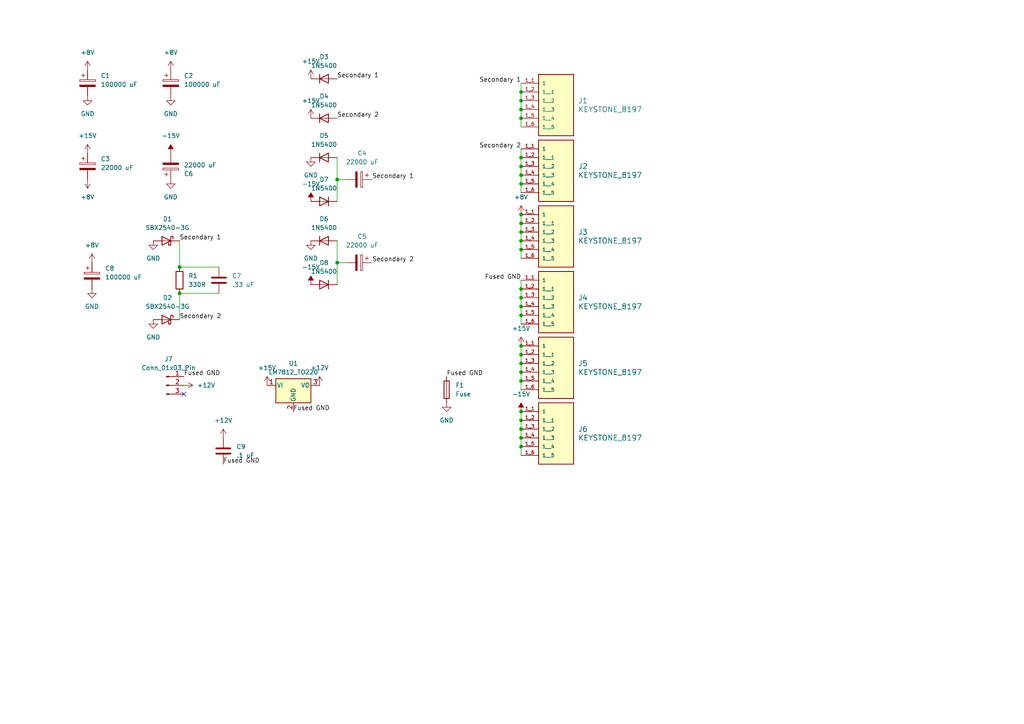
<source format=kicad_sch>
(kicad_sch (version 20230121) (generator eeschema)

  (uuid 6a33ba7c-397c-4068-95ae-de76451bed3c)

  (paper "A4")

  (lib_symbols
    (symbol "8197:8197" (pin_names (offset 1.016)) (in_bom yes) (on_board yes)
      (property "Reference" "J" (at -5.08 3.302 0)
        (effects (font (size 1.27 1.27)) (justify left bottom))
      )
      (property "Value" "8197" (at -5.08 -17.78 0)
        (effects (font (size 1.27 1.27)) (justify left bottom))
      )
      (property "Footprint" "8197:KEYSTONE_8197" (at 0 0 0)
        (effects (font (size 1.27 1.27)) (justify bottom) hide)
      )
      (property "Datasheet" "" (at 0 0 0)
        (effects (font (size 1.27 1.27)) hide)
      )
      (property "PARTREV" "C" (at 0 0 0)
        (effects (font (size 1.27 1.27)) (justify bottom) hide)
      )
      (property "STANDARD" "Manufacturer Recommendations" (at 0 0 0)
        (effects (font (size 1.27 1.27)) (justify bottom) hide)
      )
      (property "SNAPEDA_PN" "8197" (at 0 0 0)
        (effects (font (size 1.27 1.27)) (justify bottom) hide)
      )
      (property "MAXIMUM_PACKAGE_HEIGHT" "6.6mm" (at 0 0 0)
        (effects (font (size 1.27 1.27)) (justify bottom) hide)
      )
      (property "MANUFACTURER" "Keystone" (at 0 0 0)
        (effects (font (size 1.27 1.27)) (justify bottom) hide)
      )
      (symbol "8197_0_0"
        (rectangle (start -5.08 -15.24) (end 5.08 2.54)
          (stroke (width 0.254) (type default))
          (fill (type background))
        )
        (pin passive line (at -10.16 0 0) (length 5.08)
          (name "1" (effects (font (size 1.016 1.016))))
          (number "1_1" (effects (font (size 1.016 1.016))))
        )
        (pin passive line (at -10.16 -2.54 0) (length 5.08)
          (name "1__1" (effects (font (size 1.016 1.016))))
          (number "1_2" (effects (font (size 1.016 1.016))))
        )
        (pin passive line (at -10.16 -5.08 0) (length 5.08)
          (name "1__2" (effects (font (size 1.016 1.016))))
          (number "1_3" (effects (font (size 1.016 1.016))))
        )
        (pin passive line (at -10.16 -7.62 0) (length 5.08)
          (name "1__3" (effects (font (size 1.016 1.016))))
          (number "1_4" (effects (font (size 1.016 1.016))))
        )
        (pin passive line (at -10.16 -10.16 0) (length 5.08)
          (name "1__4" (effects (font (size 1.016 1.016))))
          (number "1_5" (effects (font (size 1.016 1.016))))
        )
        (pin passive line (at -10.16 -12.7 0) (length 5.08)
          (name "1__5" (effects (font (size 1.016 1.016))))
          (number "1_6" (effects (font (size 1.016 1.016))))
        )
      )
    )
    (symbol "Connector:Conn_01x03_Pin" (pin_names (offset 1.016) hide) (in_bom yes) (on_board yes)
      (property "Reference" "J" (at 0 5.08 0)
        (effects (font (size 1.27 1.27)))
      )
      (property "Value" "Conn_01x03_Pin" (at 0 -5.08 0)
        (effects (font (size 1.27 1.27)))
      )
      (property "Footprint" "" (at 0 0 0)
        (effects (font (size 1.27 1.27)) hide)
      )
      (property "Datasheet" "~" (at 0 0 0)
        (effects (font (size 1.27 1.27)) hide)
      )
      (property "ki_locked" "" (at 0 0 0)
        (effects (font (size 1.27 1.27)))
      )
      (property "ki_keywords" "connector" (at 0 0 0)
        (effects (font (size 1.27 1.27)) hide)
      )
      (property "ki_description" "Generic connector, single row, 01x03, script generated" (at 0 0 0)
        (effects (font (size 1.27 1.27)) hide)
      )
      (property "ki_fp_filters" "Connector*:*_1x??_*" (at 0 0 0)
        (effects (font (size 1.27 1.27)) hide)
      )
      (symbol "Conn_01x03_Pin_1_1"
        (polyline
          (pts
            (xy 1.27 -2.54)
            (xy 0.8636 -2.54)
          )
          (stroke (width 0.1524) (type default))
          (fill (type none))
        )
        (polyline
          (pts
            (xy 1.27 0)
            (xy 0.8636 0)
          )
          (stroke (width 0.1524) (type default))
          (fill (type none))
        )
        (polyline
          (pts
            (xy 1.27 2.54)
            (xy 0.8636 2.54)
          )
          (stroke (width 0.1524) (type default))
          (fill (type none))
        )
        (rectangle (start 0.8636 -2.413) (end 0 -2.667)
          (stroke (width 0.1524) (type default))
          (fill (type outline))
        )
        (rectangle (start 0.8636 0.127) (end 0 -0.127)
          (stroke (width 0.1524) (type default))
          (fill (type outline))
        )
        (rectangle (start 0.8636 2.667) (end 0 2.413)
          (stroke (width 0.1524) (type default))
          (fill (type outline))
        )
        (pin passive line (at 5.08 2.54 180) (length 3.81)
          (name "Pin_1" (effects (font (size 1.27 1.27))))
          (number "1" (effects (font (size 1.27 1.27))))
        )
        (pin passive line (at 5.08 0 180) (length 3.81)
          (name "Pin_2" (effects (font (size 1.27 1.27))))
          (number "2" (effects (font (size 1.27 1.27))))
        )
        (pin passive line (at 5.08 -2.54 180) (length 3.81)
          (name "Pin_3" (effects (font (size 1.27 1.27))))
          (number "3" (effects (font (size 1.27 1.27))))
        )
      )
    )
    (symbol "Device:C" (pin_numbers hide) (pin_names (offset 0.254)) (in_bom yes) (on_board yes)
      (property "Reference" "C" (at 0.635 2.54 0)
        (effects (font (size 1.27 1.27)) (justify left))
      )
      (property "Value" "C" (at 0.635 -2.54 0)
        (effects (font (size 1.27 1.27)) (justify left))
      )
      (property "Footprint" "" (at 0.9652 -3.81 0)
        (effects (font (size 1.27 1.27)) hide)
      )
      (property "Datasheet" "~" (at 0 0 0)
        (effects (font (size 1.27 1.27)) hide)
      )
      (property "ki_keywords" "cap capacitor" (at 0 0 0)
        (effects (font (size 1.27 1.27)) hide)
      )
      (property "ki_description" "Unpolarized capacitor" (at 0 0 0)
        (effects (font (size 1.27 1.27)) hide)
      )
      (property "ki_fp_filters" "C_*" (at 0 0 0)
        (effects (font (size 1.27 1.27)) hide)
      )
      (symbol "C_0_1"
        (polyline
          (pts
            (xy -2.032 -0.762)
            (xy 2.032 -0.762)
          )
          (stroke (width 0.508) (type default))
          (fill (type none))
        )
        (polyline
          (pts
            (xy -2.032 0.762)
            (xy 2.032 0.762)
          )
          (stroke (width 0.508) (type default))
          (fill (type none))
        )
      )
      (symbol "C_1_1"
        (pin passive line (at 0 3.81 270) (length 2.794)
          (name "~" (effects (font (size 1.27 1.27))))
          (number "1" (effects (font (size 1.27 1.27))))
        )
        (pin passive line (at 0 -3.81 90) (length 2.794)
          (name "~" (effects (font (size 1.27 1.27))))
          (number "2" (effects (font (size 1.27 1.27))))
        )
      )
    )
    (symbol "Device:C_Polarized" (pin_numbers hide) (pin_names (offset 0.254)) (in_bom yes) (on_board yes)
      (property "Reference" "C" (at 0.635 2.54 0)
        (effects (font (size 1.27 1.27)) (justify left))
      )
      (property "Value" "C_Polarized" (at 0.635 -2.54 0)
        (effects (font (size 1.27 1.27)) (justify left))
      )
      (property "Footprint" "" (at 0.9652 -3.81 0)
        (effects (font (size 1.27 1.27)) hide)
      )
      (property "Datasheet" "~" (at 0 0 0)
        (effects (font (size 1.27 1.27)) hide)
      )
      (property "ki_keywords" "cap capacitor" (at 0 0 0)
        (effects (font (size 1.27 1.27)) hide)
      )
      (property "ki_description" "Polarized capacitor" (at 0 0 0)
        (effects (font (size 1.27 1.27)) hide)
      )
      (property "ki_fp_filters" "CP_*" (at 0 0 0)
        (effects (font (size 1.27 1.27)) hide)
      )
      (symbol "C_Polarized_0_1"
        (rectangle (start -2.286 0.508) (end 2.286 1.016)
          (stroke (width 0) (type default))
          (fill (type none))
        )
        (polyline
          (pts
            (xy -1.778 2.286)
            (xy -0.762 2.286)
          )
          (stroke (width 0) (type default))
          (fill (type none))
        )
        (polyline
          (pts
            (xy -1.27 2.794)
            (xy -1.27 1.778)
          )
          (stroke (width 0) (type default))
          (fill (type none))
        )
        (rectangle (start 2.286 -0.508) (end -2.286 -1.016)
          (stroke (width 0) (type default))
          (fill (type outline))
        )
      )
      (symbol "C_Polarized_1_1"
        (pin passive line (at 0 3.81 270) (length 2.794)
          (name "~" (effects (font (size 1.27 1.27))))
          (number "1" (effects (font (size 1.27 1.27))))
        )
        (pin passive line (at 0 -3.81 90) (length 2.794)
          (name "~" (effects (font (size 1.27 1.27))))
          (number "2" (effects (font (size 1.27 1.27))))
        )
      )
    )
    (symbol "Device:D_Schottky" (pin_numbers hide) (pin_names (offset 1.016) hide) (in_bom yes) (on_board yes)
      (property "Reference" "D" (at 0 2.54 0)
        (effects (font (size 1.27 1.27)))
      )
      (property "Value" "D_Schottky" (at 0 -2.54 0)
        (effects (font (size 1.27 1.27)))
      )
      (property "Footprint" "" (at 0 0 0)
        (effects (font (size 1.27 1.27)) hide)
      )
      (property "Datasheet" "~" (at 0 0 0)
        (effects (font (size 1.27 1.27)) hide)
      )
      (property "ki_keywords" "diode Schottky" (at 0 0 0)
        (effects (font (size 1.27 1.27)) hide)
      )
      (property "ki_description" "Schottky diode" (at 0 0 0)
        (effects (font (size 1.27 1.27)) hide)
      )
      (property "ki_fp_filters" "TO-???* *_Diode_* *SingleDiode* D_*" (at 0 0 0)
        (effects (font (size 1.27 1.27)) hide)
      )
      (symbol "D_Schottky_0_1"
        (polyline
          (pts
            (xy 1.27 0)
            (xy -1.27 0)
          )
          (stroke (width 0) (type default))
          (fill (type none))
        )
        (polyline
          (pts
            (xy 1.27 1.27)
            (xy 1.27 -1.27)
            (xy -1.27 0)
            (xy 1.27 1.27)
          )
          (stroke (width 0.254) (type default))
          (fill (type none))
        )
        (polyline
          (pts
            (xy -1.905 0.635)
            (xy -1.905 1.27)
            (xy -1.27 1.27)
            (xy -1.27 -1.27)
            (xy -0.635 -1.27)
            (xy -0.635 -0.635)
          )
          (stroke (width 0.254) (type default))
          (fill (type none))
        )
      )
      (symbol "D_Schottky_1_1"
        (pin passive line (at -3.81 0 0) (length 2.54)
          (name "K" (effects (font (size 1.27 1.27))))
          (number "1" (effects (font (size 1.27 1.27))))
        )
        (pin passive line (at 3.81 0 180) (length 2.54)
          (name "A" (effects (font (size 1.27 1.27))))
          (number "2" (effects (font (size 1.27 1.27))))
        )
      )
    )
    (symbol "Device:Fuse" (pin_numbers hide) (pin_names (offset 0)) (in_bom yes) (on_board yes)
      (property "Reference" "F" (at 2.032 0 90)
        (effects (font (size 1.27 1.27)))
      )
      (property "Value" "Fuse" (at -1.905 0 90)
        (effects (font (size 1.27 1.27)))
      )
      (property "Footprint" "" (at -1.778 0 90)
        (effects (font (size 1.27 1.27)) hide)
      )
      (property "Datasheet" "~" (at 0 0 0)
        (effects (font (size 1.27 1.27)) hide)
      )
      (property "ki_keywords" "fuse" (at 0 0 0)
        (effects (font (size 1.27 1.27)) hide)
      )
      (property "ki_description" "Fuse" (at 0 0 0)
        (effects (font (size 1.27 1.27)) hide)
      )
      (property "ki_fp_filters" "*Fuse*" (at 0 0 0)
        (effects (font (size 1.27 1.27)) hide)
      )
      (symbol "Fuse_0_1"
        (rectangle (start -0.762 -2.54) (end 0.762 2.54)
          (stroke (width 0.254) (type default))
          (fill (type none))
        )
        (polyline
          (pts
            (xy 0 2.54)
            (xy 0 -2.54)
          )
          (stroke (width 0) (type default))
          (fill (type none))
        )
      )
      (symbol "Fuse_1_1"
        (pin passive line (at 0 3.81 270) (length 1.27)
          (name "~" (effects (font (size 1.27 1.27))))
          (number "1" (effects (font (size 1.27 1.27))))
        )
        (pin passive line (at 0 -3.81 90) (length 1.27)
          (name "~" (effects (font (size 1.27 1.27))))
          (number "2" (effects (font (size 1.27 1.27))))
        )
      )
    )
    (symbol "Device:R" (pin_numbers hide) (pin_names (offset 0)) (in_bom yes) (on_board yes)
      (property "Reference" "R" (at 2.032 0 90)
        (effects (font (size 1.27 1.27)))
      )
      (property "Value" "R" (at 0 0 90)
        (effects (font (size 1.27 1.27)))
      )
      (property "Footprint" "" (at -1.778 0 90)
        (effects (font (size 1.27 1.27)) hide)
      )
      (property "Datasheet" "~" (at 0 0 0)
        (effects (font (size 1.27 1.27)) hide)
      )
      (property "ki_keywords" "R res resistor" (at 0 0 0)
        (effects (font (size 1.27 1.27)) hide)
      )
      (property "ki_description" "Resistor" (at 0 0 0)
        (effects (font (size 1.27 1.27)) hide)
      )
      (property "ki_fp_filters" "R_*" (at 0 0 0)
        (effects (font (size 1.27 1.27)) hide)
      )
      (symbol "R_0_1"
        (rectangle (start -1.016 -2.54) (end 1.016 2.54)
          (stroke (width 0.254) (type default))
          (fill (type none))
        )
      )
      (symbol "R_1_1"
        (pin passive line (at 0 3.81 270) (length 1.27)
          (name "~" (effects (font (size 1.27 1.27))))
          (number "1" (effects (font (size 1.27 1.27))))
        )
        (pin passive line (at 0 -3.81 90) (length 1.27)
          (name "~" (effects (font (size 1.27 1.27))))
          (number "2" (effects (font (size 1.27 1.27))))
        )
      )
    )
    (symbol "Diode:1N5400" (pin_numbers hide) (pin_names hide) (in_bom yes) (on_board yes)
      (property "Reference" "D" (at 0 2.54 0)
        (effects (font (size 1.27 1.27)))
      )
      (property "Value" "1N5400" (at 0 -2.54 0)
        (effects (font (size 1.27 1.27)))
      )
      (property "Footprint" "Diode_THT:D_DO-201AD_P15.24mm_Horizontal" (at 0 -4.445 0)
        (effects (font (size 1.27 1.27)) hide)
      )
      (property "Datasheet" "http://www.vishay.com/docs/88516/1n5400.pdf" (at 0 0 0)
        (effects (font (size 1.27 1.27)) hide)
      )
      (property "Sim.Device" "D" (at 0 0 0)
        (effects (font (size 1.27 1.27)) hide)
      )
      (property "Sim.Pins" "1=K 2=A" (at 0 0 0)
        (effects (font (size 1.27 1.27)) hide)
      )
      (property "ki_keywords" "diode" (at 0 0 0)
        (effects (font (size 1.27 1.27)) hide)
      )
      (property "ki_description" "50V 3A General Purpose Rectifier Diode, DO-201AD" (at 0 0 0)
        (effects (font (size 1.27 1.27)) hide)
      )
      (property "ki_fp_filters" "D*DO?201AD*" (at 0 0 0)
        (effects (font (size 1.27 1.27)) hide)
      )
      (symbol "1N5400_0_1"
        (polyline
          (pts
            (xy -1.27 1.27)
            (xy -1.27 -1.27)
          )
          (stroke (width 0.254) (type default))
          (fill (type none))
        )
        (polyline
          (pts
            (xy 1.27 0)
            (xy -1.27 0)
          )
          (stroke (width 0) (type default))
          (fill (type none))
        )
        (polyline
          (pts
            (xy 1.27 1.27)
            (xy 1.27 -1.27)
            (xy -1.27 0)
            (xy 1.27 1.27)
          )
          (stroke (width 0.254) (type default))
          (fill (type none))
        )
      )
      (symbol "1N5400_1_1"
        (pin passive line (at -3.81 0 0) (length 2.54)
          (name "K" (effects (font (size 1.27 1.27))))
          (number "1" (effects (font (size 1.27 1.27))))
        )
        (pin passive line (at 3.81 0 180) (length 2.54)
          (name "A" (effects (font (size 1.27 1.27))))
          (number "2" (effects (font (size 1.27 1.27))))
        )
      )
    )
    (symbol "Regulator_Linear:LM7812_TO220" (pin_names (offset 0.254)) (in_bom yes) (on_board yes)
      (property "Reference" "U" (at -3.81 3.175 0)
        (effects (font (size 1.27 1.27)))
      )
      (property "Value" "LM7812_TO220" (at 0 3.175 0)
        (effects (font (size 1.27 1.27)) (justify left))
      )
      (property "Footprint" "Package_TO_SOT_THT:TO-220-3_Vertical" (at 0 5.715 0)
        (effects (font (size 1.27 1.27) italic) hide)
      )
      (property "Datasheet" "https://www.onsemi.cn/PowerSolutions/document/MC7800-D.PDF" (at 0 -1.27 0)
        (effects (font (size 1.27 1.27)) hide)
      )
      (property "ki_keywords" "Voltage Regulator 1A Positive" (at 0 0 0)
        (effects (font (size 1.27 1.27)) hide)
      )
      (property "ki_description" "Positive 1A 35V Linear Regulator, Fixed Output 12V, TO-220" (at 0 0 0)
        (effects (font (size 1.27 1.27)) hide)
      )
      (property "ki_fp_filters" "TO?220*" (at 0 0 0)
        (effects (font (size 1.27 1.27)) hide)
      )
      (symbol "LM7812_TO220_0_1"
        (rectangle (start -5.08 1.905) (end 5.08 -5.08)
          (stroke (width 0.254) (type default))
          (fill (type background))
        )
      )
      (symbol "LM7812_TO220_1_1"
        (pin power_in line (at -7.62 0 0) (length 2.54)
          (name "VI" (effects (font (size 1.27 1.27))))
          (number "1" (effects (font (size 1.27 1.27))))
        )
        (pin power_in line (at 0 -7.62 90) (length 2.54)
          (name "GND" (effects (font (size 1.27 1.27))))
          (number "2" (effects (font (size 1.27 1.27))))
        )
        (pin power_out line (at 7.62 0 180) (length 2.54)
          (name "VO" (effects (font (size 1.27 1.27))))
          (number "3" (effects (font (size 1.27 1.27))))
        )
      )
    )
    (symbol "power:+12V" (power) (pin_names (offset 0)) (in_bom yes) (on_board yes)
      (property "Reference" "#PWR" (at 0 -3.81 0)
        (effects (font (size 1.27 1.27)) hide)
      )
      (property "Value" "+12V" (at 0 3.556 0)
        (effects (font (size 1.27 1.27)))
      )
      (property "Footprint" "" (at 0 0 0)
        (effects (font (size 1.27 1.27)) hide)
      )
      (property "Datasheet" "" (at 0 0 0)
        (effects (font (size 1.27 1.27)) hide)
      )
      (property "ki_keywords" "global power" (at 0 0 0)
        (effects (font (size 1.27 1.27)) hide)
      )
      (property "ki_description" "Power symbol creates a global label with name \"+12V\"" (at 0 0 0)
        (effects (font (size 1.27 1.27)) hide)
      )
      (symbol "+12V_0_1"
        (polyline
          (pts
            (xy -0.762 1.27)
            (xy 0 2.54)
          )
          (stroke (width 0) (type default))
          (fill (type none))
        )
        (polyline
          (pts
            (xy 0 0)
            (xy 0 2.54)
          )
          (stroke (width 0) (type default))
          (fill (type none))
        )
        (polyline
          (pts
            (xy 0 2.54)
            (xy 0.762 1.27)
          )
          (stroke (width 0) (type default))
          (fill (type none))
        )
      )
      (symbol "+12V_1_1"
        (pin power_in line (at 0 0 90) (length 0) hide
          (name "+12V" (effects (font (size 1.27 1.27))))
          (number "1" (effects (font (size 1.27 1.27))))
        )
      )
    )
    (symbol "power:+15V" (power) (pin_names (offset 0)) (in_bom yes) (on_board yes)
      (property "Reference" "#PWR" (at 0 -3.81 0)
        (effects (font (size 1.27 1.27)) hide)
      )
      (property "Value" "+15V" (at 0 3.556 0)
        (effects (font (size 1.27 1.27)))
      )
      (property "Footprint" "" (at 0 0 0)
        (effects (font (size 1.27 1.27)) hide)
      )
      (property "Datasheet" "" (at 0 0 0)
        (effects (font (size 1.27 1.27)) hide)
      )
      (property "ki_keywords" "global power" (at 0 0 0)
        (effects (font (size 1.27 1.27)) hide)
      )
      (property "ki_description" "Power symbol creates a global label with name \"+15V\"" (at 0 0 0)
        (effects (font (size 1.27 1.27)) hide)
      )
      (symbol "+15V_0_1"
        (polyline
          (pts
            (xy -0.762 1.27)
            (xy 0 2.54)
          )
          (stroke (width 0) (type default))
          (fill (type none))
        )
        (polyline
          (pts
            (xy 0 0)
            (xy 0 2.54)
          )
          (stroke (width 0) (type default))
          (fill (type none))
        )
        (polyline
          (pts
            (xy 0 2.54)
            (xy 0.762 1.27)
          )
          (stroke (width 0) (type default))
          (fill (type none))
        )
      )
      (symbol "+15V_1_1"
        (pin power_in line (at 0 0 90) (length 0) hide
          (name "+15V" (effects (font (size 1.27 1.27))))
          (number "1" (effects (font (size 1.27 1.27))))
        )
      )
    )
    (symbol "power:+8V" (power) (pin_names (offset 0)) (in_bom yes) (on_board yes)
      (property "Reference" "#PWR" (at 0 -3.81 0)
        (effects (font (size 1.27 1.27)) hide)
      )
      (property "Value" "+8V" (at 0 3.556 0)
        (effects (font (size 1.27 1.27)))
      )
      (property "Footprint" "" (at 0 0 0)
        (effects (font (size 1.27 1.27)) hide)
      )
      (property "Datasheet" "" (at 0 0 0)
        (effects (font (size 1.27 1.27)) hide)
      )
      (property "ki_keywords" "global power" (at 0 0 0)
        (effects (font (size 1.27 1.27)) hide)
      )
      (property "ki_description" "Power symbol creates a global label with name \"+8V\"" (at 0 0 0)
        (effects (font (size 1.27 1.27)) hide)
      )
      (symbol "+8V_0_1"
        (polyline
          (pts
            (xy -0.762 1.27)
            (xy 0 2.54)
          )
          (stroke (width 0) (type default))
          (fill (type none))
        )
        (polyline
          (pts
            (xy 0 0)
            (xy 0 2.54)
          )
          (stroke (width 0) (type default))
          (fill (type none))
        )
        (polyline
          (pts
            (xy 0 2.54)
            (xy 0.762 1.27)
          )
          (stroke (width 0) (type default))
          (fill (type none))
        )
      )
      (symbol "+8V_1_1"
        (pin power_in line (at 0 0 90) (length 0) hide
          (name "+8V" (effects (font (size 1.27 1.27))))
          (number "1" (effects (font (size 1.27 1.27))))
        )
      )
    )
    (symbol "power:-15V" (power) (pin_names (offset 0)) (in_bom yes) (on_board yes)
      (property "Reference" "#PWR" (at 0 2.54 0)
        (effects (font (size 1.27 1.27)) hide)
      )
      (property "Value" "-15V" (at 0 3.81 0)
        (effects (font (size 1.27 1.27)))
      )
      (property "Footprint" "" (at 0 0 0)
        (effects (font (size 1.27 1.27)) hide)
      )
      (property "Datasheet" "" (at 0 0 0)
        (effects (font (size 1.27 1.27)) hide)
      )
      (property "ki_keywords" "global power" (at 0 0 0)
        (effects (font (size 1.27 1.27)) hide)
      )
      (property "ki_description" "Power symbol creates a global label with name \"-15V\"" (at 0 0 0)
        (effects (font (size 1.27 1.27)) hide)
      )
      (symbol "-15V_0_0"
        (pin power_in line (at 0 0 90) (length 0) hide
          (name "-15V" (effects (font (size 1.27 1.27))))
          (number "1" (effects (font (size 1.27 1.27))))
        )
      )
      (symbol "-15V_0_1"
        (polyline
          (pts
            (xy 0 0)
            (xy 0 1.27)
            (xy 0.762 1.27)
            (xy 0 2.54)
            (xy -0.762 1.27)
            (xy 0 1.27)
          )
          (stroke (width 0) (type default))
          (fill (type outline))
        )
      )
    )
    (symbol "power:GND" (power) (pin_names (offset 0)) (in_bom yes) (on_board yes)
      (property "Reference" "#PWR" (at 0 -6.35 0)
        (effects (font (size 1.27 1.27)) hide)
      )
      (property "Value" "GND" (at 0 -3.81 0)
        (effects (font (size 1.27 1.27)))
      )
      (property "Footprint" "" (at 0 0 0)
        (effects (font (size 1.27 1.27)) hide)
      )
      (property "Datasheet" "" (at 0 0 0)
        (effects (font (size 1.27 1.27)) hide)
      )
      (property "ki_keywords" "global power" (at 0 0 0)
        (effects (font (size 1.27 1.27)) hide)
      )
      (property "ki_description" "Power symbol creates a global label with name \"GND\" , ground" (at 0 0 0)
        (effects (font (size 1.27 1.27)) hide)
      )
      (symbol "GND_0_1"
        (polyline
          (pts
            (xy 0 0)
            (xy 0 -1.27)
            (xy 1.27 -1.27)
            (xy 0 -2.54)
            (xy -1.27 -1.27)
            (xy 0 -1.27)
          )
          (stroke (width 0) (type default))
          (fill (type none))
        )
      )
      (symbol "GND_1_1"
        (pin power_in line (at 0 0 270) (length 0) hide
          (name "GND" (effects (font (size 1.27 1.27))))
          (number "1" (effects (font (size 1.27 1.27))))
        )
      )
    )
  )

  (junction (at 151.13 91.44) (diameter 0) (color 0 0 0 0)
    (uuid 00af7ec5-4e04-4869-a8ab-37b3568b4f24)
  )
  (junction (at 151.13 119.38) (diameter 0) (color 0 0 0 0)
    (uuid 0f5d2a3b-2663-4223-9e55-3a7b49282dd9)
  )
  (junction (at 52.07 77.47) (diameter 0) (color 0 0 0 0)
    (uuid 1060c17b-f754-4430-9aee-86d8a1a78e91)
  )
  (junction (at 151.13 34.29) (diameter 0) (color 0 0 0 0)
    (uuid 15a74261-2fb0-462c-9a6b-3fd6cd99348b)
  )
  (junction (at 151.13 45.72) (diameter 0) (color 0 0 0 0)
    (uuid 1cb8ca04-21dc-42ac-9d66-a11983e9d42e)
  )
  (junction (at 151.13 102.87) (diameter 0) (color 0 0 0 0)
    (uuid 25a5859a-2771-4b56-9cdd-90d2c3134e2e)
  )
  (junction (at 97.79 52.07) (diameter 0) (color 0 0 0 0)
    (uuid 2a3d0131-a9ea-4354-8199-38e4f5717fe4)
  )
  (junction (at 151.13 64.77) (diameter 0) (color 0 0 0 0)
    (uuid 2aa2028d-e882-4429-acb0-18d828496532)
  )
  (junction (at 151.13 67.31) (diameter 0) (color 0 0 0 0)
    (uuid 3169ae7d-a561-472e-ac0c-7192aad7bcb2)
  )
  (junction (at 151.13 107.95) (diameter 0) (color 0 0 0 0)
    (uuid 3f0e2657-993c-4d45-bef4-3bb92c80fac0)
  )
  (junction (at 151.13 124.46) (diameter 0) (color 0 0 0 0)
    (uuid 45296a76-4a52-4ac7-9a08-1eefb7974584)
  )
  (junction (at 151.13 53.34) (diameter 0) (color 0 0 0 0)
    (uuid 46571ca9-3351-4657-8c3e-3de3a7040e7a)
  )
  (junction (at 97.79 76.2) (diameter 0) (color 0 0 0 0)
    (uuid 4b00112d-a070-4a70-89fe-b670adb1ae7e)
  )
  (junction (at 151.13 86.36) (diameter 0) (color 0 0 0 0)
    (uuid 634d4bb2-77e7-401d-a787-d941bf2a7bf8)
  )
  (junction (at 151.13 88.9) (diameter 0) (color 0 0 0 0)
    (uuid 6444e24a-efa1-4753-8bd5-575864336705)
  )
  (junction (at 151.13 83.82) (diameter 0) (color 0 0 0 0)
    (uuid 6685b79d-3e6d-4aeb-b12f-f946b264a8b5)
  )
  (junction (at 151.13 48.26) (diameter 0) (color 0 0 0 0)
    (uuid 74b7fae6-610b-4a31-8b4c-b213d06d46d8)
  )
  (junction (at 151.13 50.8) (diameter 0) (color 0 0 0 0)
    (uuid 76186c80-f3cb-492d-8127-0c4049fedd1e)
  )
  (junction (at 151.13 72.39) (diameter 0) (color 0 0 0 0)
    (uuid 7c9886ef-ea27-4052-a054-1840fe619bf2)
  )
  (junction (at 151.13 62.23) (diameter 0) (color 0 0 0 0)
    (uuid 7d285a2c-976a-4c3f-8125-5154f9d3aaf9)
  )
  (junction (at 151.13 100.33) (diameter 0) (color 0 0 0 0)
    (uuid 83802a1f-64b6-4d21-95de-0cc8dcd0ecfb)
  )
  (junction (at 151.13 105.41) (diameter 0) (color 0 0 0 0)
    (uuid 9085028e-dd94-4138-bebb-250baadfe9f9)
  )
  (junction (at 151.13 127) (diameter 0) (color 0 0 0 0)
    (uuid a58849c8-5784-49f1-8114-8ed34affbfbe)
  )
  (junction (at 151.13 26.67) (diameter 0) (color 0 0 0 0)
    (uuid a8965d83-f71b-4e8c-8efb-62f1e41c6454)
  )
  (junction (at 151.13 110.49) (diameter 0) (color 0 0 0 0)
    (uuid b1b19bc7-67bc-4ac0-9b3c-873b329caa50)
  )
  (junction (at 151.13 129.54) (diameter 0) (color 0 0 0 0)
    (uuid c2957895-d20e-48cf-a10b-423675e47dd2)
  )
  (junction (at 52.07 85.09) (diameter 0) (color 0 0 0 0)
    (uuid c802617a-1db1-4f61-8a24-f4c8b6ecbaea)
  )
  (junction (at 151.13 31.75) (diameter 0) (color 0 0 0 0)
    (uuid d5bca122-2574-4924-bf45-e1bbcf46e21e)
  )
  (junction (at 151.13 121.92) (diameter 0) (color 0 0 0 0)
    (uuid e005841d-aaa4-44e5-85d0-4281eea2992c)
  )
  (junction (at 151.13 29.21) (diameter 0) (color 0 0 0 0)
    (uuid f0acc04d-c2b7-42e3-a00b-2fd426c61980)
  )
  (junction (at 151.13 69.85) (diameter 0) (color 0 0 0 0)
    (uuid f4bb8063-b9b8-493e-a3e7-c78f6a5724c6)
  )

  (no_connect (at 53.34 114.3) (uuid 16606fa8-d0a1-4cee-9cac-98a94f2bbc5e))

  (wire (pts (xy 151.13 81.28) (xy 151.13 83.82))
    (stroke (width 0) (type default))
    (uuid 041ab11b-90b4-4e76-a871-4bc7027c1bd4)
  )
  (wire (pts (xy 97.79 52.07) (xy 97.79 58.42))
    (stroke (width 0) (type default))
    (uuid 180ef6d8-7c00-4aca-803a-4853fd65ce0e)
  )
  (wire (pts (xy 151.13 69.85) (xy 151.13 72.39))
    (stroke (width 0) (type default))
    (uuid 2109206d-ca49-46a3-a39c-4847d109e9f7)
  )
  (wire (pts (xy 151.13 24.13) (xy 151.13 26.67))
    (stroke (width 0) (type default))
    (uuid 259c64ab-4d1b-4ef2-b142-b5adeae2e89d)
  )
  (wire (pts (xy 97.79 76.2) (xy 100.33 76.2))
    (stroke (width 0) (type default))
    (uuid 271e4a8b-3332-4343-8bf5-bf75939595be)
  )
  (wire (pts (xy 97.79 76.2) (xy 97.79 82.55))
    (stroke (width 0) (type default))
    (uuid 2d091083-861f-45d1-9c33-6e0c1e306df1)
  )
  (wire (pts (xy 151.13 31.75) (xy 151.13 34.29))
    (stroke (width 0) (type default))
    (uuid 2dce45fb-0499-4060-b2de-2d1c801c88ae)
  )
  (wire (pts (xy 97.79 69.85) (xy 97.79 76.2))
    (stroke (width 0) (type default))
    (uuid 41aa2611-8fcd-45cd-b4ac-608e20063095)
  )
  (wire (pts (xy 151.13 107.95) (xy 151.13 110.49))
    (stroke (width 0) (type default))
    (uuid 452e0cb3-3eca-43f1-ac46-58484a1fe861)
  )
  (wire (pts (xy 151.13 67.31) (xy 151.13 69.85))
    (stroke (width 0) (type default))
    (uuid 47857bfc-c644-4fbf-a611-1be3736eca41)
  )
  (wire (pts (xy 151.13 91.44) (xy 151.13 93.98))
    (stroke (width 0) (type default))
    (uuid 5ca0c401-d8a1-4102-a790-ca20ca2aabaa)
  )
  (wire (pts (xy 151.13 105.41) (xy 151.13 107.95))
    (stroke (width 0) (type default))
    (uuid 5cbfe083-036b-446f-a617-9510a374b14c)
  )
  (wire (pts (xy 52.07 85.09) (xy 52.07 92.71))
    (stroke (width 0) (type default))
    (uuid 5e1ffc3e-332d-4124-bb8f-b27b72b18756)
  )
  (wire (pts (xy 151.13 64.77) (xy 151.13 67.31))
    (stroke (width 0) (type default))
    (uuid 65dcc0ff-c47e-43a8-8099-465980447fce)
  )
  (wire (pts (xy 151.13 124.46) (xy 151.13 127))
    (stroke (width 0) (type default))
    (uuid 68d0a9a0-ebd7-470d-99bb-9a0c1ee89888)
  )
  (wire (pts (xy 151.13 86.36) (xy 151.13 88.9))
    (stroke (width 0) (type default))
    (uuid 6be1c1d3-fd03-4f5e-a6fd-434245fe145c)
  )
  (wire (pts (xy 52.07 85.09) (xy 63.5 85.09))
    (stroke (width 0) (type default))
    (uuid 764cd930-dc12-4f1a-bfaf-349895668ee3)
  )
  (wire (pts (xy 151.13 45.72) (xy 151.13 48.26))
    (stroke (width 0) (type default))
    (uuid 78da3d26-c2fc-4e10-b038-348deed74a89)
  )
  (wire (pts (xy 151.13 34.29) (xy 151.13 36.83))
    (stroke (width 0) (type default))
    (uuid 8558a416-3614-44c4-8755-80ab18cb9ace)
  )
  (wire (pts (xy 151.13 83.82) (xy 151.13 86.36))
    (stroke (width 0) (type default))
    (uuid 88917d94-2fdd-47a5-857a-4e1f9e68f29e)
  )
  (wire (pts (xy 151.13 100.33) (xy 151.13 102.87))
    (stroke (width 0) (type default))
    (uuid 922cba2f-9fd1-49a0-96a3-8b3992a7003a)
  )
  (wire (pts (xy 52.07 77.47) (xy 63.5 77.47))
    (stroke (width 0) (type default))
    (uuid a01d6b6f-cec1-4b34-891c-568fff21c16e)
  )
  (wire (pts (xy 52.07 69.85) (xy 52.07 77.47))
    (stroke (width 0) (type default))
    (uuid aff888f9-1664-4c58-be00-6bf9199d3855)
  )
  (wire (pts (xy 151.13 127) (xy 151.13 129.54))
    (stroke (width 0) (type default))
    (uuid b04ff799-9297-4b96-9e41-9cb24a854082)
  )
  (wire (pts (xy 151.13 110.49) (xy 151.13 113.03))
    (stroke (width 0) (type default))
    (uuid b16c9788-9e89-4cdc-85e4-85d57f631096)
  )
  (wire (pts (xy 151.13 50.8) (xy 151.13 53.34))
    (stroke (width 0) (type default))
    (uuid b300d0c4-dd38-4693-a527-e99dc04fc72c)
  )
  (wire (pts (xy 151.13 102.87) (xy 151.13 105.41))
    (stroke (width 0) (type default))
    (uuid b4612e89-eac4-4988-b23e-ea546be7a464)
  )
  (wire (pts (xy 151.13 119.38) (xy 151.13 121.92))
    (stroke (width 0) (type default))
    (uuid b5f98453-cc02-4cb2-9215-387abed7941e)
  )
  (wire (pts (xy 151.13 62.23) (xy 151.13 64.77))
    (stroke (width 0) (type default))
    (uuid bce88edd-25a1-417e-9583-0cef662905ef)
  )
  (wire (pts (xy 151.13 129.54) (xy 151.13 132.08))
    (stroke (width 0) (type default))
    (uuid bf7c815c-f82c-4337-b969-a2bf2d94ba45)
  )
  (wire (pts (xy 97.79 45.72) (xy 97.79 52.07))
    (stroke (width 0) (type default))
    (uuid c05f19de-2c03-4a32-a9e1-975eb73ebab0)
  )
  (wire (pts (xy 151.13 26.67) (xy 151.13 29.21))
    (stroke (width 0) (type default))
    (uuid c7d1f711-3eea-45e9-abd0-2f6335ae4e02)
  )
  (wire (pts (xy 97.79 52.07) (xy 100.33 52.07))
    (stroke (width 0) (type default))
    (uuid c7e8e1de-e057-4333-bbae-131b0967b83c)
  )
  (wire (pts (xy 151.13 53.34) (xy 151.13 55.88))
    (stroke (width 0) (type default))
    (uuid de0b55a7-9d8b-4d1d-9674-e7b4a5577995)
  )
  (wire (pts (xy 151.13 48.26) (xy 151.13 50.8))
    (stroke (width 0) (type default))
    (uuid e35f68c1-f5da-4ee8-8e6e-146dd13d1c27)
  )
  (wire (pts (xy 151.13 72.39) (xy 151.13 74.93))
    (stroke (width 0) (type default))
    (uuid e4b89a53-b682-4101-bb10-a6e89e9cc3b7)
  )
  (wire (pts (xy 151.13 121.92) (xy 151.13 124.46))
    (stroke (width 0) (type default))
    (uuid e7643b8b-7975-4b62-8022-e16a77526e0a)
  )
  (wire (pts (xy 151.13 43.18) (xy 151.13 45.72))
    (stroke (width 0) (type default))
    (uuid e9057169-c179-4f5b-a506-152ed7819be9)
  )
  (wire (pts (xy 151.13 29.21) (xy 151.13 31.75))
    (stroke (width 0) (type default))
    (uuid f07bb16a-557a-4aeb-b69f-94cc512e00db)
  )
  (wire (pts (xy 151.13 88.9) (xy 151.13 91.44))
    (stroke (width 0) (type default))
    (uuid faadc978-8987-48cf-8cc7-10edc9a1ecc7)
  )

  (label "Secondary 2" (at 107.95 76.2 0) (fields_autoplaced)
    (effects (font (size 1.27 1.27)) (justify left bottom))
    (uuid 11d92d3e-b11c-4061-89a0-23df3d545047)
  )
  (label "Fused GND" (at 85.09 119.38 0) (fields_autoplaced)
    (effects (font (size 1.27 1.27)) (justify left bottom))
    (uuid 197172e1-d0a4-42f5-9a87-41779a7aa6f1)
  )
  (label "Secondary 1" (at 151.13 24.13 180) (fields_autoplaced)
    (effects (font (size 1.27 1.27)) (justify right bottom))
    (uuid 22c18d0c-b12b-4327-85cf-5734826f6f74)
  )
  (label "Secondary 2" (at 52.07 92.71 0) (fields_autoplaced)
    (effects (font (size 1.27 1.27)) (justify left bottom))
    (uuid 4b48eb6a-13bc-4f34-9d07-d06e9c2afaa7)
  )
  (label "Secondary 1" (at 52.07 69.85 0) (fields_autoplaced)
    (effects (font (size 1.27 1.27)) (justify left bottom))
    (uuid 5adc931e-e344-434e-9a03-0b8eeafb494a)
  )
  (label "Fused GND" (at 129.54 109.22 0) (fields_autoplaced)
    (effects (font (size 1.27 1.27)) (justify left bottom))
    (uuid 72526785-03a4-41ed-ad8d-b95a62230367)
  )
  (label "Secondary 1" (at 107.95 52.07 0) (fields_autoplaced)
    (effects (font (size 1.27 1.27)) (justify left bottom))
    (uuid aa21eb72-0e9f-49d5-95c6-a50b539c29a8)
  )
  (label "Fused GND" (at 53.34 109.22 0) (fields_autoplaced)
    (effects (font (size 1.27 1.27)) (justify left bottom))
    (uuid bdd049f5-4af2-4028-b32e-d7757abed031)
  )
  (label "Secondary 2" (at 97.79 34.29 0) (fields_autoplaced)
    (effects (font (size 1.27 1.27)) (justify left bottom))
    (uuid be2369b0-9731-47cc-b989-bb269f09d350)
  )
  (label "Secondary 2" (at 151.13 43.18 180) (fields_autoplaced)
    (effects (font (size 1.27 1.27)) (justify right bottom))
    (uuid c2aa5293-fbf0-4db0-95ee-ce01ddaef061)
  )
  (label "Fused GND" (at 64.77 134.62 0) (fields_autoplaced)
    (effects (font (size 1.27 1.27)) (justify left bottom))
    (uuid c45a7b1d-85d6-4818-816c-a3439e683d91)
  )
  (label "Secondary 1" (at 97.79 22.86 0) (fields_autoplaced)
    (effects (font (size 1.27 1.27)) (justify left bottom))
    (uuid e59d9c69-4064-48d4-9b21-97394e374e08)
  )
  (label "Fused GND" (at 151.13 81.28 180) (fields_autoplaced)
    (effects (font (size 1.27 1.27)) (justify right bottom))
    (uuid fc534c98-ed88-4468-bd6e-1d9cbcfff823)
  )

  (symbol (lib_id "power:+8V") (at 49.53 20.32 0) (unit 1)
    (in_bom yes) (on_board yes) (dnp no) (fields_autoplaced)
    (uuid 0830df35-301e-41bd-a2e0-8f809ce78ffc)
    (property "Reference" "#PWR012" (at 49.53 24.13 0)
      (effects (font (size 1.27 1.27)) hide)
    )
    (property "Value" "+8V" (at 49.53 15.24 0)
      (effects (font (size 1.27 1.27)))
    )
    (property "Footprint" "" (at 49.53 20.32 0)
      (effects (font (size 1.27 1.27)) hide)
    )
    (property "Datasheet" "" (at 49.53 20.32 0)
      (effects (font (size 1.27 1.27)) hide)
    )
    (pin "1" (uuid 122e806e-f443-4406-b062-7dd610a373f8))
    (instances
      (project "s100 power"
        (path "/6a33ba7c-397c-4068-95ae-de76451bed3c"
          (reference "#PWR012") (unit 1)
        )
      )
    )
  )

  (symbol (lib_id "power:+15V") (at 90.17 34.29 0) (unit 1)
    (in_bom yes) (on_board yes) (dnp no) (fields_autoplaced)
    (uuid 091d60d4-9993-477a-ac43-2c8532edb4df)
    (property "Reference" "#PWR06" (at 90.17 38.1 0)
      (effects (font (size 1.27 1.27)) hide)
    )
    (property "Value" "+15V" (at 90.17 29.21 0)
      (effects (font (size 1.27 1.27)))
    )
    (property "Footprint" "" (at 90.17 34.29 0)
      (effects (font (size 1.27 1.27)) hide)
    )
    (property "Datasheet" "" (at 90.17 34.29 0)
      (effects (font (size 1.27 1.27)) hide)
    )
    (pin "1" (uuid 802e6eba-65ca-489a-9af9-ea610110e40e))
    (instances
      (project "s100 power"
        (path "/6a33ba7c-397c-4068-95ae-de76451bed3c"
          (reference "#PWR06") (unit 1)
        )
      )
    )
  )

  (symbol (lib_id "Device:D_Schottky") (at 48.26 69.85 0) (mirror y) (unit 1)
    (in_bom yes) (on_board yes) (dnp no)
    (uuid 0e260690-fc55-4234-b64f-3af563673156)
    (property "Reference" "D1" (at 48.5775 63.5 0)
      (effects (font (size 1.27 1.27)))
    )
    (property "Value" "SBX2540-3G" (at 48.5775 66.04 0)
      (effects (font (size 1.27 1.27)))
    )
    (property "Footprint" "Diode_THT:D_DO-201AD_P15.24mm_Horizontal" (at 48.26 69.85 0)
      (effects (font (size 1.27 1.27)) hide)
    )
    (property "Datasheet" "~" (at 48.26 69.85 0)
      (effects (font (size 1.27 1.27)) hide)
    )
    (pin "1" (uuid d7060a1c-385b-47c7-9639-6f9a6f15e861))
    (pin "2" (uuid 9de30893-5fb0-42c4-828a-9aff0e8c08c4))
    (instances
      (project "s100 power"
        (path "/6a33ba7c-397c-4068-95ae-de76451bed3c"
          (reference "D1") (unit 1)
        )
      )
    )
  )

  (symbol (lib_id "8197:8197") (at 161.29 100.33 0) (unit 1)
    (in_bom yes) (on_board yes) (dnp no) (fields_autoplaced)
    (uuid 0e88420a-6333-45d4-bac9-d60dda84a210)
    (property "Reference" "J5" (at 167.64 105.41 0)
      (effects (font (size 1.524 1.524)) (justify left))
    )
    (property "Value" "KEYSTONE_8197" (at 167.64 107.95 0)
      (effects (font (size 1.524 1.524)) (justify left))
    )
    (property "Footprint" "8197:KEYSTONE_8197" (at 161.29 100.33 0)
      (effects (font (size 1.27 1.27)) (justify bottom) hide)
    )
    (property "Datasheet" "" (at 161.29 100.33 0)
      (effects (font (size 1.27 1.27)) hide)
    )
    (property "PARTREV" "C" (at 161.29 100.33 0)
      (effects (font (size 1.27 1.27)) (justify bottom) hide)
    )
    (property "STANDARD" "Manufacturer Recommendations" (at 161.29 100.33 0)
      (effects (font (size 1.27 1.27)) (justify bottom) hide)
    )
    (property "SNAPEDA_PN" "8197" (at 161.29 100.33 0)
      (effects (font (size 1.27 1.27)) (justify bottom) hide)
    )
    (property "MAXIMUM_PACKAGE_HEIGHT" "6.6mm" (at 161.29 100.33 0)
      (effects (font (size 1.27 1.27)) (justify bottom) hide)
    )
    (property "MANUFACTURER" "Keystone" (at 161.29 100.33 0)
      (effects (font (size 1.27 1.27)) (justify bottom) hide)
    )
    (pin "1_1" (uuid fcf26b88-35c4-4d2d-afef-c31c6b5a32a6))
    (pin "1_2" (uuid b58df516-6b3d-428c-843e-00322ae19fbc))
    (pin "1_3" (uuid 40e9de37-f79d-4ad7-8b1d-73e6d1a29064))
    (pin "1_4" (uuid a735d1f9-4c9a-4cbf-9a07-fcaaf2d456d0))
    (pin "1_5" (uuid 35f2851c-65a4-4572-b450-7be343399b2d))
    (pin "1_6" (uuid 8c259389-984e-4e43-be14-a524320c78db))
    (instances
      (project "s100 power"
        (path "/6a33ba7c-397c-4068-95ae-de76451bed3c"
          (reference "J5") (unit 1)
        )
      )
    )
  )

  (symbol (lib_id "power:-15V") (at 49.53 44.45 0) (unit 1)
    (in_bom yes) (on_board yes) (dnp no) (fields_autoplaced)
    (uuid 0eb784a2-32bc-4cd1-960f-dcf555bbb4f6)
    (property "Reference" "#PWR016" (at 49.53 41.91 0)
      (effects (font (size 1.27 1.27)) hide)
    )
    (property "Value" "-15V" (at 49.53 39.37 0)
      (effects (font (size 1.27 1.27)))
    )
    (property "Footprint" "" (at 49.53 44.45 0)
      (effects (font (size 1.27 1.27)) hide)
    )
    (property "Datasheet" "" (at 49.53 44.45 0)
      (effects (font (size 1.27 1.27)) hide)
    )
    (pin "1" (uuid cd15b37a-1a16-44a2-9c74-f227511eaf56))
    (instances
      (project "s100 power"
        (path "/6a33ba7c-397c-4068-95ae-de76451bed3c"
          (reference "#PWR016") (unit 1)
        )
      )
    )
  )

  (symbol (lib_id "Device:C") (at 64.77 130.81 0) (unit 1)
    (in_bom yes) (on_board yes) (dnp no) (fields_autoplaced)
    (uuid 0f756bfc-d195-48b5-86cb-8b6c8108ce48)
    (property "Reference" "C9" (at 68.58 129.54 0)
      (effects (font (size 1.27 1.27)) (justify left))
    )
    (property "Value" ".1 uF" (at 68.58 132.08 0)
      (effects (font (size 1.27 1.27)) (justify left))
    )
    (property "Footprint" "Capacitor_THT:C_Disc_D5.1mm_W3.2mm_P5.00mm" (at 65.7352 134.62 0)
      (effects (font (size 1.27 1.27)) hide)
    )
    (property "Datasheet" "~" (at 64.77 130.81 0)
      (effects (font (size 1.27 1.27)) hide)
    )
    (pin "1" (uuid 016e051f-7549-4cff-8afd-ca0d6a68b67c))
    (pin "2" (uuid 6b5c5888-9840-4f3b-b15d-c03f74718e6b))
    (instances
      (project "s100 power"
        (path "/6a33ba7c-397c-4068-95ae-de76451bed3c"
          (reference "C9") (unit 1)
        )
      )
    )
  )

  (symbol (lib_id "Device:C_Polarized") (at 26.67 80.01 0) (unit 1)
    (in_bom yes) (on_board yes) (dnp no) (fields_autoplaced)
    (uuid 34b5448a-d128-4cc8-9535-d4a936d0b05d)
    (property "Reference" "C8" (at 30.48 77.851 0)
      (effects (font (size 1.27 1.27)) (justify left))
    )
    (property "Value" "100000 uF" (at 30.48 80.391 0)
      (effects (font (size 1.27 1.27)) (justify left))
    )
    (property "Footprint" "Capacitor_THT:CP_Radial_D35.0mm_P10.00mm_SnapIn" (at 27.6352 83.82 0)
      (effects (font (size 1.27 1.27)) hide)
    )
    (property "Datasheet" "~" (at 26.67 80.01 0)
      (effects (font (size 1.27 1.27)) hide)
    )
    (pin "1" (uuid 899e0c1a-6aa4-4e15-b6ab-ac5fb53b3366))
    (pin "2" (uuid 92f36346-5603-46a7-9d1d-9148f4b775ec))
    (instances
      (project "s100 power"
        (path "/6a33ba7c-397c-4068-95ae-de76451bed3c"
          (reference "C8") (unit 1)
        )
      )
    )
  )

  (symbol (lib_id "Device:C") (at 63.5 81.28 0) (unit 1)
    (in_bom yes) (on_board yes) (dnp no) (fields_autoplaced)
    (uuid 35c35442-e540-4245-b71f-2c2844c454a2)
    (property "Reference" "C7" (at 67.31 80.01 0)
      (effects (font (size 1.27 1.27)) (justify left))
    )
    (property "Value" ".33 uF" (at 67.31 82.55 0)
      (effects (font (size 1.27 1.27)) (justify left))
    )
    (property "Footprint" "Capacitor_THT:C_Disc_D5.1mm_W3.2mm_P5.00mm" (at 64.4652 85.09 0)
      (effects (font (size 1.27 1.27)) hide)
    )
    (property "Datasheet" "~" (at 63.5 81.28 0)
      (effects (font (size 1.27 1.27)) hide)
    )
    (pin "1" (uuid 446149ec-957a-4237-b3b6-d461864083d4))
    (pin "2" (uuid ddc77445-1261-44b3-b7f0-a99743a076f4))
    (instances
      (project "s100 power"
        (path "/6a33ba7c-397c-4068-95ae-de76451bed3c"
          (reference "C7") (unit 1)
        )
      )
    )
  )

  (symbol (lib_id "Diode:1N5400") (at 93.98 58.42 0) (mirror y) (unit 1)
    (in_bom yes) (on_board yes) (dnp no)
    (uuid 39a4d248-0904-4c69-addf-573e3e0fdd91)
    (property "Reference" "D7" (at 93.98 52.07 0)
      (effects (font (size 1.27 1.27)))
    )
    (property "Value" "1N5400" (at 93.98 54.61 0)
      (effects (font (size 1.27 1.27)))
    )
    (property "Footprint" "Diode_THT:D_DO-201AD_P15.24mm_Horizontal" (at 93.98 62.865 0)
      (effects (font (size 1.27 1.27)) hide)
    )
    (property "Datasheet" "http://www.vishay.com/docs/88516/1n5400.pdf" (at 93.98 58.42 0)
      (effects (font (size 1.27 1.27)) hide)
    )
    (property "Sim.Device" "D" (at 93.98 58.42 0)
      (effects (font (size 1.27 1.27)) hide)
    )
    (property "Sim.Pins" "1=K 2=A" (at 93.98 58.42 0)
      (effects (font (size 1.27 1.27)) hide)
    )
    (pin "1" (uuid c383ba78-b228-4509-8cdc-cb8d50600259))
    (pin "2" (uuid d38b27bf-eead-4b05-be27-3384e4355b22))
    (instances
      (project "s100 power"
        (path "/6a33ba7c-397c-4068-95ae-de76451bed3c"
          (reference "D7") (unit 1)
        )
      )
    )
  )

  (symbol (lib_id "Device:Fuse") (at 129.54 113.03 0) (unit 1)
    (in_bom yes) (on_board yes) (dnp no) (fields_autoplaced)
    (uuid 3c4d9844-2060-4e92-ba1b-0ac81cdd8f74)
    (property "Reference" "F1" (at 132.08 111.76 0)
      (effects (font (size 1.27 1.27)) (justify left))
    )
    (property "Value" "Fuse" (at 132.08 114.3 0)
      (effects (font (size 1.27 1.27)) (justify left))
    )
    (property "Footprint" "Fuse:Fuseholder_Clip-6.3x32mm_Littelfuse_122_Inline_P34.21x7.62mm_D2.54mm_Horizontal" (at 127.762 113.03 90)
      (effects (font (size 1.27 1.27)) hide)
    )
    (property "Datasheet" "~" (at 129.54 113.03 0)
      (effects (font (size 1.27 1.27)) hide)
    )
    (pin "1" (uuid 995798dc-c7bc-49f4-873b-62448a730af2))
    (pin "2" (uuid 42777c89-d97f-4c81-9b36-2502730ee49c))
    (instances
      (project "s100 power"
        (path "/6a33ba7c-397c-4068-95ae-de76451bed3c"
          (reference "F1") (unit 1)
        )
      )
    )
  )

  (symbol (lib_id "power:+15V") (at 151.13 100.33 0) (unit 1)
    (in_bom yes) (on_board yes) (dnp no) (fields_autoplaced)
    (uuid 3d5df1e1-6b4c-4360-ad29-5a87e3aa2d7f)
    (property "Reference" "#PWR019" (at 151.13 104.14 0)
      (effects (font (size 1.27 1.27)) hide)
    )
    (property "Value" "+15V" (at 151.13 95.25 0)
      (effects (font (size 1.27 1.27)))
    )
    (property "Footprint" "" (at 151.13 100.33 0)
      (effects (font (size 1.27 1.27)) hide)
    )
    (property "Datasheet" "" (at 151.13 100.33 0)
      (effects (font (size 1.27 1.27)) hide)
    )
    (pin "1" (uuid 31a2624b-299f-45e8-8925-0b84393a1d98))
    (instances
      (project "s100 power"
        (path "/6a33ba7c-397c-4068-95ae-de76451bed3c"
          (reference "#PWR019") (unit 1)
        )
      )
    )
  )

  (symbol (lib_id "Connector:Conn_01x03_Pin") (at 48.26 111.76 0) (unit 1)
    (in_bom yes) (on_board yes) (dnp no) (fields_autoplaced)
    (uuid 3e29a125-59b1-4ce7-89f4-01b47a507e63)
    (property "Reference" "J7" (at 48.895 104.14 0)
      (effects (font (size 1.27 1.27)))
    )
    (property "Value" "Conn_01x03_Pin" (at 48.895 106.68 0)
      (effects (font (size 1.27 1.27)))
    )
    (property "Footprint" "Connector_Molex:Molex_KK-254_AE-6410-03A_1x03_P2.54mm_Vertical" (at 48.26 111.76 0)
      (effects (font (size 1.27 1.27)) hide)
    )
    (property "Datasheet" "~" (at 48.26 111.76 0)
      (effects (font (size 1.27 1.27)) hide)
    )
    (pin "1" (uuid 2560375b-a7f2-4584-9856-a7e7fa732322))
    (pin "2" (uuid d1b99d91-5893-46fd-8f49-ef4b76d90254))
    (pin "3" (uuid aca86593-46f7-4d41-afea-4f278824bdfc))
    (instances
      (project "s100 power"
        (path "/6a33ba7c-397c-4068-95ae-de76451bed3c"
          (reference "J7") (unit 1)
        )
      )
    )
  )

  (symbol (lib_id "Diode:1N5400") (at 93.98 69.85 0) (unit 1)
    (in_bom yes) (on_board yes) (dnp no) (fields_autoplaced)
    (uuid 41f86bea-7dca-4e55-8bb3-a9ecd300b7f8)
    (property "Reference" "D6" (at 93.98 63.5 0)
      (effects (font (size 1.27 1.27)))
    )
    (property "Value" "1N5400" (at 93.98 66.04 0)
      (effects (font (size 1.27 1.27)))
    )
    (property "Footprint" "Diode_THT:D_DO-201AD_P15.24mm_Horizontal" (at 93.98 74.295 0)
      (effects (font (size 1.27 1.27)) hide)
    )
    (property "Datasheet" "http://www.vishay.com/docs/88516/1n5400.pdf" (at 93.98 69.85 0)
      (effects (font (size 1.27 1.27)) hide)
    )
    (property "Sim.Device" "D" (at 93.98 69.85 0)
      (effects (font (size 1.27 1.27)) hide)
    )
    (property "Sim.Pins" "1=K 2=A" (at 93.98 69.85 0)
      (effects (font (size 1.27 1.27)) hide)
    )
    (pin "1" (uuid 81f6428d-ffe7-40de-8da7-d769fe595843))
    (pin "2" (uuid 99a4f9f8-e0f6-4ced-97ad-63036fe30fed))
    (instances
      (project "s100 power"
        (path "/6a33ba7c-397c-4068-95ae-de76451bed3c"
          (reference "D6") (unit 1)
        )
      )
    )
  )

  (symbol (lib_id "Device:D_Schottky") (at 48.26 92.71 0) (mirror y) (unit 1)
    (in_bom yes) (on_board yes) (dnp no)
    (uuid 44f91cb9-273b-482b-9501-6c7da508c002)
    (property "Reference" "D2" (at 48.5775 86.36 0)
      (effects (font (size 1.27 1.27)))
    )
    (property "Value" "SBX2540-3G" (at 48.5775 88.9 0)
      (effects (font (size 1.27 1.27)))
    )
    (property "Footprint" "Diode_THT:D_DO-201AD_P15.24mm_Horizontal" (at 48.26 92.71 0)
      (effects (font (size 1.27 1.27)) hide)
    )
    (property "Datasheet" "~" (at 48.26 92.71 0)
      (effects (font (size 1.27 1.27)) hide)
    )
    (pin "1" (uuid b922bb09-f7f3-4fff-b53b-6b99962d511c))
    (pin "2" (uuid cd6618e9-f240-4bbb-9ccb-020f938130a2))
    (instances
      (project "s100 power"
        (path "/6a33ba7c-397c-4068-95ae-de76451bed3c"
          (reference "D2") (unit 1)
        )
      )
    )
  )

  (symbol (lib_id "power:GND") (at 90.17 45.72 0) (unit 1)
    (in_bom yes) (on_board yes) (dnp no) (fields_autoplaced)
    (uuid 483769d6-606a-46a2-98ac-dee2a2438071)
    (property "Reference" "#PWR07" (at 90.17 52.07 0)
      (effects (font (size 1.27 1.27)) hide)
    )
    (property "Value" "GND" (at 90.17 50.8 0)
      (effects (font (size 1.27 1.27)))
    )
    (property "Footprint" "" (at 90.17 45.72 0)
      (effects (font (size 1.27 1.27)) hide)
    )
    (property "Datasheet" "" (at 90.17 45.72 0)
      (effects (font (size 1.27 1.27)) hide)
    )
    (pin "1" (uuid b6e13395-926c-4af9-b70e-9a6e9d6b6b9d))
    (instances
      (project "s100 power"
        (path "/6a33ba7c-397c-4068-95ae-de76451bed3c"
          (reference "#PWR07") (unit 1)
        )
      )
    )
  )

  (symbol (lib_id "8197:8197") (at 161.29 119.38 0) (unit 1)
    (in_bom yes) (on_board yes) (dnp no) (fields_autoplaced)
    (uuid 4a5b1099-2e23-43dc-9765-04b462952ec7)
    (property "Reference" "J6" (at 167.64 124.46 0)
      (effects (font (size 1.524 1.524)) (justify left))
    )
    (property "Value" "KEYSTONE_8197" (at 167.64 127 0)
      (effects (font (size 1.524 1.524)) (justify left))
    )
    (property "Footprint" "8197:KEYSTONE_8197" (at 161.29 119.38 0)
      (effects (font (size 1.27 1.27)) (justify bottom) hide)
    )
    (property "Datasheet" "" (at 161.29 119.38 0)
      (effects (font (size 1.27 1.27)) hide)
    )
    (property "PARTREV" "C" (at 161.29 119.38 0)
      (effects (font (size 1.27 1.27)) (justify bottom) hide)
    )
    (property "STANDARD" "Manufacturer Recommendations" (at 161.29 119.38 0)
      (effects (font (size 1.27 1.27)) (justify bottom) hide)
    )
    (property "SNAPEDA_PN" "8197" (at 161.29 119.38 0)
      (effects (font (size 1.27 1.27)) (justify bottom) hide)
    )
    (property "MAXIMUM_PACKAGE_HEIGHT" "6.6mm" (at 161.29 119.38 0)
      (effects (font (size 1.27 1.27)) (justify bottom) hide)
    )
    (property "MANUFACTURER" "Keystone" (at 161.29 119.38 0)
      (effects (font (size 1.27 1.27)) (justify bottom) hide)
    )
    (pin "1_1" (uuid 1b9ec918-38a0-48d3-b297-91796053a60d))
    (pin "1_2" (uuid 10fea70e-e60b-4fac-bd83-257ee8a88438))
    (pin "1_3" (uuid 86691403-26b3-456c-b6ef-724ba3e27bc3))
    (pin "1_4" (uuid fdae7ce4-7821-4549-8dbd-74b01cd3f904))
    (pin "1_5" (uuid 840306b8-cdb2-4a7f-9df2-e16a12884d64))
    (pin "1_6" (uuid b31d2740-e677-4164-bf85-8568e3f5b79f))
    (instances
      (project "s100 power"
        (path "/6a33ba7c-397c-4068-95ae-de76451bed3c"
          (reference "J6") (unit 1)
        )
      )
    )
  )

  (symbol (lib_id "Diode:1N5400") (at 93.98 82.55 0) (mirror y) (unit 1)
    (in_bom yes) (on_board yes) (dnp no)
    (uuid 4fda3045-ea52-4b84-99c6-9d364557257f)
    (property "Reference" "D8" (at 93.98 76.2 0)
      (effects (font (size 1.27 1.27)))
    )
    (property "Value" "1N5400" (at 93.98 78.74 0)
      (effects (font (size 1.27 1.27)))
    )
    (property "Footprint" "Diode_THT:D_DO-201AD_P15.24mm_Horizontal" (at 93.98 86.995 0)
      (effects (font (size 1.27 1.27)) hide)
    )
    (property "Datasheet" "http://www.vishay.com/docs/88516/1n5400.pdf" (at 93.98 82.55 0)
      (effects (font (size 1.27 1.27)) hide)
    )
    (property "Sim.Device" "D" (at 93.98 82.55 0)
      (effects (font (size 1.27 1.27)) hide)
    )
    (property "Sim.Pins" "1=K 2=A" (at 93.98 82.55 0)
      (effects (font (size 1.27 1.27)) hide)
    )
    (pin "1" (uuid 883d240d-a79f-4141-9a0a-7951a80a0bba))
    (pin "2" (uuid 0695e373-0137-4821-abb9-39b3e9ec7418))
    (instances
      (project "s100 power"
        (path "/6a33ba7c-397c-4068-95ae-de76451bed3c"
          (reference "D8") (unit 1)
        )
      )
    )
  )

  (symbol (lib_id "power:+8V") (at 26.67 76.2 0) (unit 1)
    (in_bom yes) (on_board yes) (dnp no) (fields_autoplaced)
    (uuid 5a0c91e3-38b6-4d05-aeb7-6c78314e8278)
    (property "Reference" "#PWR02" (at 26.67 80.01 0)
      (effects (font (size 1.27 1.27)) hide)
    )
    (property "Value" "+8V" (at 26.67 71.12 0)
      (effects (font (size 1.27 1.27)))
    )
    (property "Footprint" "" (at 26.67 76.2 0)
      (effects (font (size 1.27 1.27)) hide)
    )
    (property "Datasheet" "" (at 26.67 76.2 0)
      (effects (font (size 1.27 1.27)) hide)
    )
    (pin "1" (uuid 39eefe71-b481-49fa-ad9d-ef95d84d3592))
    (instances
      (project "s100 power"
        (path "/6a33ba7c-397c-4068-95ae-de76451bed3c"
          (reference "#PWR02") (unit 1)
        )
      )
    )
  )

  (symbol (lib_id "power:-15V") (at 90.17 82.55 0) (unit 1)
    (in_bom yes) (on_board yes) (dnp no) (fields_autoplaced)
    (uuid 6117b456-be1a-4637-a0bf-b955c550ab12)
    (property "Reference" "#PWR010" (at 90.17 80.01 0)
      (effects (font (size 1.27 1.27)) hide)
    )
    (property "Value" "-15V" (at 90.17 77.47 0)
      (effects (font (size 1.27 1.27)))
    )
    (property "Footprint" "" (at 90.17 82.55 0)
      (effects (font (size 1.27 1.27)) hide)
    )
    (property "Datasheet" "" (at 90.17 82.55 0)
      (effects (font (size 1.27 1.27)) hide)
    )
    (pin "1" (uuid 073e2f0d-122e-4a87-a16e-e9dfa32b8a5b))
    (instances
      (project "s100 power"
        (path "/6a33ba7c-397c-4068-95ae-de76451bed3c"
          (reference "#PWR010") (unit 1)
        )
      )
    )
  )

  (symbol (lib_id "power:GND") (at 129.54 116.84 0) (unit 1)
    (in_bom yes) (on_board yes) (dnp no) (fields_autoplaced)
    (uuid 682acfe1-b2b8-48b3-84b4-be936884e074)
    (property "Reference" "#PWR023" (at 129.54 123.19 0)
      (effects (font (size 1.27 1.27)) hide)
    )
    (property "Value" "GND" (at 129.54 121.92 0)
      (effects (font (size 1.27 1.27)))
    )
    (property "Footprint" "" (at 129.54 116.84 0)
      (effects (font (size 1.27 1.27)) hide)
    )
    (property "Datasheet" "" (at 129.54 116.84 0)
      (effects (font (size 1.27 1.27)) hide)
    )
    (pin "1" (uuid ad500dea-6f40-4318-883f-039caa0b28e3))
    (instances
      (project "s100 power"
        (path "/6a33ba7c-397c-4068-95ae-de76451bed3c"
          (reference "#PWR023") (unit 1)
        )
      )
    )
  )

  (symbol (lib_id "power:+8V") (at 25.4 20.32 0) (unit 1)
    (in_bom yes) (on_board yes) (dnp no) (fields_autoplaced)
    (uuid 70bfd9b2-2066-4c6a-bd50-59993b9b3e84)
    (property "Reference" "#PWR011" (at 25.4 24.13 0)
      (effects (font (size 1.27 1.27)) hide)
    )
    (property "Value" "+8V" (at 25.4 15.24 0)
      (effects (font (size 1.27 1.27)))
    )
    (property "Footprint" "" (at 25.4 20.32 0)
      (effects (font (size 1.27 1.27)) hide)
    )
    (property "Datasheet" "" (at 25.4 20.32 0)
      (effects (font (size 1.27 1.27)) hide)
    )
    (pin "1" (uuid 9eb0b21f-5434-4179-a5ea-4dbfeff74ab9))
    (instances
      (project "s100 power"
        (path "/6a33ba7c-397c-4068-95ae-de76451bed3c"
          (reference "#PWR011") (unit 1)
        )
      )
    )
  )

  (symbol (lib_id "power:GND") (at 90.17 69.85 0) (unit 1)
    (in_bom yes) (on_board yes) (dnp no) (fields_autoplaced)
    (uuid 757055cf-5cc9-46f0-b1dc-2944ba717126)
    (property "Reference" "#PWR08" (at 90.17 76.2 0)
      (effects (font (size 1.27 1.27)) hide)
    )
    (property "Value" "GND" (at 90.17 74.93 0)
      (effects (font (size 1.27 1.27)))
    )
    (property "Footprint" "" (at 90.17 69.85 0)
      (effects (font (size 1.27 1.27)) hide)
    )
    (property "Datasheet" "" (at 90.17 69.85 0)
      (effects (font (size 1.27 1.27)) hide)
    )
    (pin "1" (uuid 249b2e8d-1b9a-4aa9-a78c-3ebb32938d4c))
    (instances
      (project "s100 power"
        (path "/6a33ba7c-397c-4068-95ae-de76451bed3c"
          (reference "#PWR08") (unit 1)
        )
      )
    )
  )

  (symbol (lib_id "power:+15V") (at 77.47 111.76 0) (unit 1)
    (in_bom yes) (on_board yes) (dnp no) (fields_autoplaced)
    (uuid 78d762c0-6a8b-4e9a-a875-defee0f4505c)
    (property "Reference" "#PWR024" (at 77.47 115.57 0)
      (effects (font (size 1.27 1.27)) hide)
    )
    (property "Value" "+15V" (at 77.47 106.68 0)
      (effects (font (size 1.27 1.27)))
    )
    (property "Footprint" "" (at 77.47 111.76 0)
      (effects (font (size 1.27 1.27)) hide)
    )
    (property "Datasheet" "" (at 77.47 111.76 0)
      (effects (font (size 1.27 1.27)) hide)
    )
    (pin "1" (uuid 5cc3bc6e-7a30-48c7-a901-b35b7b8d8c77))
    (instances
      (project "s100 power"
        (path "/6a33ba7c-397c-4068-95ae-de76451bed3c"
          (reference "#PWR024") (unit 1)
        )
      )
    )
  )

  (symbol (lib_id "8197:8197") (at 161.29 24.13 0) (unit 1)
    (in_bom yes) (on_board yes) (dnp no) (fields_autoplaced)
    (uuid 7b518041-bf93-4a36-b91e-f678792f3813)
    (property "Reference" "J1" (at 167.64 29.21 0)
      (effects (font (size 1.524 1.524)) (justify left))
    )
    (property "Value" "KEYSTONE_8197" (at 167.64 31.75 0)
      (effects (font (size 1.524 1.524)) (justify left))
    )
    (property "Footprint" "8197:KEYSTONE_8197" (at 161.29 24.13 0)
      (effects (font (size 1.27 1.27)) (justify bottom) hide)
    )
    (property "Datasheet" "" (at 161.29 24.13 0)
      (effects (font (size 1.27 1.27)) hide)
    )
    (property "PARTREV" "C" (at 161.29 24.13 0)
      (effects (font (size 1.27 1.27)) (justify bottom) hide)
    )
    (property "STANDARD" "Manufacturer Recommendations" (at 161.29 24.13 0)
      (effects (font (size 1.27 1.27)) (justify bottom) hide)
    )
    (property "SNAPEDA_PN" "8197" (at 161.29 24.13 0)
      (effects (font (size 1.27 1.27)) (justify bottom) hide)
    )
    (property "MAXIMUM_PACKAGE_HEIGHT" "6.6mm" (at 161.29 24.13 0)
      (effects (font (size 1.27 1.27)) (justify bottom) hide)
    )
    (property "MANUFACTURER" "Keystone" (at 161.29 24.13 0)
      (effects (font (size 1.27 1.27)) (justify bottom) hide)
    )
    (pin "1_1" (uuid 442fdde8-0d09-4491-b3c8-0688d0d4b035))
    (pin "1_2" (uuid a9e8a637-4c96-4827-bd44-68ab2eb1c170))
    (pin "1_3" (uuid 94baa07d-1b64-4df4-b8b3-1ca2b1dddd64))
    (pin "1_4" (uuid 9bf6e6ff-8c58-47c9-98f9-a65b345f352b))
    (pin "1_5" (uuid 664cc951-cdde-4637-a417-951cf57cded3))
    (pin "1_6" (uuid a01ec5a3-7b29-40d7-a824-e810ac786ec1))
    (instances
      (project "s100 power"
        (path "/6a33ba7c-397c-4068-95ae-de76451bed3c"
          (reference "J1") (unit 1)
        )
      )
    )
  )

  (symbol (lib_id "Device:C_Polarized") (at 104.14 52.07 270) (unit 1)
    (in_bom yes) (on_board yes) (dnp no) (fields_autoplaced)
    (uuid 7b8bbb1e-d42d-4917-9eb3-12e6fed65adc)
    (property "Reference" "C4" (at 105.029 44.45 90)
      (effects (font (size 1.27 1.27)))
    )
    (property "Value" "22000 uF" (at 105.029 46.99 90)
      (effects (font (size 1.27 1.27)))
    )
    (property "Footprint" "Capacitor_THT:CP_Radial_D25.0mm_P10.00mm_SnapIn" (at 100.33 53.0352 0)
      (effects (font (size 1.27 1.27)) hide)
    )
    (property "Datasheet" "~" (at 104.14 52.07 0)
      (effects (font (size 1.27 1.27)) hide)
    )
    (pin "1" (uuid 07b121f0-cf45-469f-a62f-409ad1544532))
    (pin "2" (uuid 4acb88aa-717c-44d6-b0c6-c33c9d2e286c))
    (instances
      (project "s100 power"
        (path "/6a33ba7c-397c-4068-95ae-de76451bed3c"
          (reference "C4") (unit 1)
        )
      )
    )
  )

  (symbol (lib_id "power:GND") (at 26.67 83.82 0) (unit 1)
    (in_bom yes) (on_board yes) (dnp no) (fields_autoplaced)
    (uuid 86b3dccf-d6a9-4e0a-ba6c-e3c3fb3c9a8f)
    (property "Reference" "#PWR04" (at 26.67 90.17 0)
      (effects (font (size 1.27 1.27)) hide)
    )
    (property "Value" "GND" (at 26.67 88.9 0)
      (effects (font (size 1.27 1.27)))
    )
    (property "Footprint" "" (at 26.67 83.82 0)
      (effects (font (size 1.27 1.27)) hide)
    )
    (property "Datasheet" "" (at 26.67 83.82 0)
      (effects (font (size 1.27 1.27)) hide)
    )
    (pin "1" (uuid 9480b970-352e-48d5-b07a-48dfcabe9ea4))
    (instances
      (project "s100 power"
        (path "/6a33ba7c-397c-4068-95ae-de76451bed3c"
          (reference "#PWR04") (unit 1)
        )
      )
    )
  )

  (symbol (lib_id "Device:C_Polarized") (at 49.53 24.13 0) (unit 1)
    (in_bom yes) (on_board yes) (dnp no) (fields_autoplaced)
    (uuid 88fa11c9-5098-46d3-bb9e-fa6b175c36fe)
    (property "Reference" "C2" (at 53.34 21.971 0)
      (effects (font (size 1.27 1.27)) (justify left))
    )
    (property "Value" "100000 uF" (at 53.34 24.511 0)
      (effects (font (size 1.27 1.27)) (justify left))
    )
    (property "Footprint" "Capacitor_THT:CP_Radial_D35.0mm_P10.00mm_SnapIn" (at 50.4952 27.94 0)
      (effects (font (size 1.27 1.27)) hide)
    )
    (property "Datasheet" "~" (at 49.53 24.13 0)
      (effects (font (size 1.27 1.27)) hide)
    )
    (pin "1" (uuid f96a0d55-63a4-474c-aa86-eeb33c29daae))
    (pin "2" (uuid ab00881a-4145-4b1c-9efb-8de645d3d2d7))
    (instances
      (project "s100 power"
        (path "/6a33ba7c-397c-4068-95ae-de76451bed3c"
          (reference "C2") (unit 1)
        )
      )
    )
  )

  (symbol (lib_id "power:GND") (at 44.45 92.71 0) (unit 1)
    (in_bom yes) (on_board yes) (dnp no) (fields_autoplaced)
    (uuid 9036cb85-8121-44b0-a9d6-0cbd6968f89a)
    (property "Reference" "#PWR03" (at 44.45 99.06 0)
      (effects (font (size 1.27 1.27)) hide)
    )
    (property "Value" "GND" (at 44.45 97.79 0)
      (effects (font (size 1.27 1.27)))
    )
    (property "Footprint" "" (at 44.45 92.71 0)
      (effects (font (size 1.27 1.27)) hide)
    )
    (property "Datasheet" "" (at 44.45 92.71 0)
      (effects (font (size 1.27 1.27)) hide)
    )
    (pin "1" (uuid a1a2bea6-1ffe-4fcc-9cde-94a2f0965225))
    (instances
      (project "s100 power"
        (path "/6a33ba7c-397c-4068-95ae-de76451bed3c"
          (reference "#PWR03") (unit 1)
        )
      )
    )
  )

  (symbol (lib_id "power:+12V") (at 92.71 111.76 0) (unit 1)
    (in_bom yes) (on_board yes) (dnp no) (fields_autoplaced)
    (uuid 93d1081d-1c43-4a23-8e41-88262983062a)
    (property "Reference" "#PWR025" (at 92.71 115.57 0)
      (effects (font (size 1.27 1.27)) hide)
    )
    (property "Value" "+12V" (at 92.71 106.68 0)
      (effects (font (size 1.27 1.27)))
    )
    (property "Footprint" "" (at 92.71 111.76 0)
      (effects (font (size 1.27 1.27)) hide)
    )
    (property "Datasheet" "" (at 92.71 111.76 0)
      (effects (font (size 1.27 1.27)) hide)
    )
    (pin "1" (uuid bef7f072-e60d-4cd4-bc02-14f9ae52a30c))
    (instances
      (project "s100 power"
        (path "/6a33ba7c-397c-4068-95ae-de76451bed3c"
          (reference "#PWR025") (unit 1)
        )
      )
    )
  )

  (symbol (lib_id "8197:8197") (at 161.29 62.23 0) (unit 1)
    (in_bom yes) (on_board yes) (dnp no) (fields_autoplaced)
    (uuid 94711cac-c9a8-48ee-b64b-b3d1db3e20d9)
    (property "Reference" "J3" (at 167.64 67.31 0)
      (effects (font (size 1.524 1.524)) (justify left))
    )
    (property "Value" "KEYSTONE_8197" (at 167.64 69.85 0)
      (effects (font (size 1.524 1.524)) (justify left))
    )
    (property "Footprint" "8197:KEYSTONE_8197" (at 161.29 62.23 0)
      (effects (font (size 1.27 1.27)) (justify bottom) hide)
    )
    (property "Datasheet" "" (at 161.29 62.23 0)
      (effects (font (size 1.27 1.27)) hide)
    )
    (property "PARTREV" "C" (at 161.29 62.23 0)
      (effects (font (size 1.27 1.27)) (justify bottom) hide)
    )
    (property "STANDARD" "Manufacturer Recommendations" (at 161.29 62.23 0)
      (effects (font (size 1.27 1.27)) (justify bottom) hide)
    )
    (property "SNAPEDA_PN" "8197" (at 161.29 62.23 0)
      (effects (font (size 1.27 1.27)) (justify bottom) hide)
    )
    (property "MAXIMUM_PACKAGE_HEIGHT" "6.6mm" (at 161.29 62.23 0)
      (effects (font (size 1.27 1.27)) (justify bottom) hide)
    )
    (property "MANUFACTURER" "Keystone" (at 161.29 62.23 0)
      (effects (font (size 1.27 1.27)) (justify bottom) hide)
    )
    (pin "1_1" (uuid 8bfbdbec-e5b8-4e3f-b3a2-fcbd442717df))
    (pin "1_2" (uuid 8199162b-1e0d-4110-803b-ac2e987cfadb))
    (pin "1_3" (uuid cee4a3a8-b567-4698-9f36-0d19b27e7004))
    (pin "1_4" (uuid c0b55b75-c3ea-4b80-ad5a-bc8746143f7c))
    (pin "1_5" (uuid 6a4bd740-385e-46fa-82a0-5eb4b7bdee75))
    (pin "1_6" (uuid a912fac1-66e4-430b-b196-ce41a3d187d7))
    (instances
      (project "s100 power"
        (path "/6a33ba7c-397c-4068-95ae-de76451bed3c"
          (reference "J3") (unit 1)
        )
      )
    )
  )

  (symbol (lib_id "power:GND") (at 49.53 27.94 0) (unit 1)
    (in_bom yes) (on_board yes) (dnp no) (fields_autoplaced)
    (uuid 9a40b8c0-90db-4923-9e95-c24cb64e3886)
    (property "Reference" "#PWR014" (at 49.53 34.29 0)
      (effects (font (size 1.27 1.27)) hide)
    )
    (property "Value" "GND" (at 49.53 33.02 0)
      (effects (font (size 1.27 1.27)))
    )
    (property "Footprint" "" (at 49.53 27.94 0)
      (effects (font (size 1.27 1.27)) hide)
    )
    (property "Datasheet" "" (at 49.53 27.94 0)
      (effects (font (size 1.27 1.27)) hide)
    )
    (pin "1" (uuid 3768bc08-a40e-4484-92d6-75bfedd3f3c6))
    (instances
      (project "s100 power"
        (path "/6a33ba7c-397c-4068-95ae-de76451bed3c"
          (reference "#PWR014") (unit 1)
        )
      )
    )
  )

  (symbol (lib_id "Device:C_Polarized") (at 49.53 48.26 0) (mirror x) (unit 1)
    (in_bom yes) (on_board yes) (dnp no)
    (uuid 9a8705a1-c22b-4632-b260-74e6a37e7ee8)
    (property "Reference" "C6" (at 53.34 50.419 0)
      (effects (font (size 1.27 1.27)) (justify left))
    )
    (property "Value" "22000 uF" (at 53.34 47.879 0)
      (effects (font (size 1.27 1.27)) (justify left))
    )
    (property "Footprint" "Capacitor_THT:CP_Radial_D25.0mm_P10.00mm_SnapIn" (at 50.4952 44.45 0)
      (effects (font (size 1.27 1.27)) hide)
    )
    (property "Datasheet" "~" (at 49.53 48.26 0)
      (effects (font (size 1.27 1.27)) hide)
    )
    (pin "1" (uuid 8f898747-cc30-42ff-b500-997a52311625))
    (pin "2" (uuid 3cd3d237-b428-446b-b7a4-bc7b834dd14f))
    (instances
      (project "s100 power"
        (path "/6a33ba7c-397c-4068-95ae-de76451bed3c"
          (reference "C6") (unit 1)
        )
      )
    )
  )

  (symbol (lib_id "power:-15V") (at 90.17 58.42 0) (unit 1)
    (in_bom yes) (on_board yes) (dnp no) (fields_autoplaced)
    (uuid a41fa737-c7e5-45b8-aa8a-a8372e62baff)
    (property "Reference" "#PWR09" (at 90.17 55.88 0)
      (effects (font (size 1.27 1.27)) hide)
    )
    (property "Value" "-15V" (at 90.17 53.34 0)
      (effects (font (size 1.27 1.27)))
    )
    (property "Footprint" "" (at 90.17 58.42 0)
      (effects (font (size 1.27 1.27)) hide)
    )
    (property "Datasheet" "" (at 90.17 58.42 0)
      (effects (font (size 1.27 1.27)) hide)
    )
    (pin "1" (uuid 40d74e9f-9558-467b-8647-ff6f562bd994))
    (instances
      (project "s100 power"
        (path "/6a33ba7c-397c-4068-95ae-de76451bed3c"
          (reference "#PWR09") (unit 1)
        )
      )
    )
  )

  (symbol (lib_id "power:GND") (at 25.4 27.94 0) (unit 1)
    (in_bom yes) (on_board yes) (dnp no) (fields_autoplaced)
    (uuid a8f0e7e7-507c-4094-8ee0-e874e5f0b8ca)
    (property "Reference" "#PWR013" (at 25.4 34.29 0)
      (effects (font (size 1.27 1.27)) hide)
    )
    (property "Value" "GND" (at 25.4 33.02 0)
      (effects (font (size 1.27 1.27)))
    )
    (property "Footprint" "" (at 25.4 27.94 0)
      (effects (font (size 1.27 1.27)) hide)
    )
    (property "Datasheet" "" (at 25.4 27.94 0)
      (effects (font (size 1.27 1.27)) hide)
    )
    (pin "1" (uuid 9168c589-a69a-427d-8b76-f1fc2ca2e6e7))
    (instances
      (project "s100 power"
        (path "/6a33ba7c-397c-4068-95ae-de76451bed3c"
          (reference "#PWR013") (unit 1)
        )
      )
    )
  )

  (symbol (lib_id "8197:8197") (at 161.29 81.28 0) (unit 1)
    (in_bom yes) (on_board yes) (dnp no) (fields_autoplaced)
    (uuid ac3342d2-379c-468e-919b-c97b5f7fe4a4)
    (property "Reference" "J4" (at 167.64 86.36 0)
      (effects (font (size 1.524 1.524)) (justify left))
    )
    (property "Value" "KEYSTONE_8197" (at 167.64 88.9 0)
      (effects (font (size 1.524 1.524)) (justify left))
    )
    (property "Footprint" "8197:KEYSTONE_8197" (at 161.29 81.28 0)
      (effects (font (size 1.27 1.27)) (justify bottom) hide)
    )
    (property "Datasheet" "" (at 161.29 81.28 0)
      (effects (font (size 1.27 1.27)) hide)
    )
    (property "PARTREV" "C" (at 161.29 81.28 0)
      (effects (font (size 1.27 1.27)) (justify bottom) hide)
    )
    (property "STANDARD" "Manufacturer Recommendations" (at 161.29 81.28 0)
      (effects (font (size 1.27 1.27)) (justify bottom) hide)
    )
    (property "SNAPEDA_PN" "8197" (at 161.29 81.28 0)
      (effects (font (size 1.27 1.27)) (justify bottom) hide)
    )
    (property "MAXIMUM_PACKAGE_HEIGHT" "6.6mm" (at 161.29 81.28 0)
      (effects (font (size 1.27 1.27)) (justify bottom) hide)
    )
    (property "MANUFACTURER" "Keystone" (at 161.29 81.28 0)
      (effects (font (size 1.27 1.27)) (justify bottom) hide)
    )
    (pin "1_1" (uuid 6c721235-7442-4f50-8be8-d99b46b40ef5))
    (pin "1_2" (uuid 5ac3cfba-bc06-4857-916f-ff5b89e7ded1))
    (pin "1_3" (uuid ca92eca6-6c2c-4d6c-b746-bda0db963b6a))
    (pin "1_4" (uuid db7e59fa-eb49-47c0-a74d-5f38571e81f0))
    (pin "1_5" (uuid e7ce1910-e8cc-402a-ad41-81b376379d06))
    (pin "1_6" (uuid 70b26bea-bb5c-4459-942b-1c771f681a9d))
    (instances
      (project "s100 power"
        (path "/6a33ba7c-397c-4068-95ae-de76451bed3c"
          (reference "J4") (unit 1)
        )
      )
    )
  )

  (symbol (lib_id "Diode:1N5400") (at 93.98 34.29 0) (unit 1)
    (in_bom yes) (on_board yes) (dnp no) (fields_autoplaced)
    (uuid b107d29e-fc8f-421f-8021-ad90bb708f9c)
    (property "Reference" "D4" (at 93.98 27.94 0)
      (effects (font (size 1.27 1.27)))
    )
    (property "Value" "1N5400" (at 93.98 30.48 0)
      (effects (font (size 1.27 1.27)))
    )
    (property "Footprint" "Diode_THT:D_DO-201AD_P15.24mm_Horizontal" (at 93.98 38.735 0)
      (effects (font (size 1.27 1.27)) hide)
    )
    (property "Datasheet" "http://www.vishay.com/docs/88516/1n5400.pdf" (at 93.98 34.29 0)
      (effects (font (size 1.27 1.27)) hide)
    )
    (property "Sim.Device" "D" (at 93.98 34.29 0)
      (effects (font (size 1.27 1.27)) hide)
    )
    (property "Sim.Pins" "1=K 2=A" (at 93.98 34.29 0)
      (effects (font (size 1.27 1.27)) hide)
    )
    (pin "1" (uuid 2b210e32-c4b7-46ea-bccd-7aeeb3ec433c))
    (pin "2" (uuid dd64484c-d12a-4233-964f-5fb6082557ae))
    (instances
      (project "s100 power"
        (path "/6a33ba7c-397c-4068-95ae-de76451bed3c"
          (reference "D4") (unit 1)
        )
      )
    )
  )

  (symbol (lib_id "power:+12V") (at 53.34 111.76 270) (unit 1)
    (in_bom yes) (on_board yes) (dnp no) (fields_autoplaced)
    (uuid b79598bc-7789-42c2-8eb9-eb156c1a174a)
    (property "Reference" "#PWR027" (at 49.53 111.76 0)
      (effects (font (size 1.27 1.27)) hide)
    )
    (property "Value" "+12V" (at 57.15 111.76 90)
      (effects (font (size 1.27 1.27)) (justify left))
    )
    (property "Footprint" "" (at 53.34 111.76 0)
      (effects (font (size 1.27 1.27)) hide)
    )
    (property "Datasheet" "" (at 53.34 111.76 0)
      (effects (font (size 1.27 1.27)) hide)
    )
    (pin "1" (uuid 891372de-9413-498a-8378-1637abf13946))
    (instances
      (project "s100 power"
        (path "/6a33ba7c-397c-4068-95ae-de76451bed3c"
          (reference "#PWR027") (unit 1)
        )
      )
    )
  )

  (symbol (lib_id "Device:C_Polarized") (at 104.14 76.2 270) (unit 1)
    (in_bom yes) (on_board yes) (dnp no) (fields_autoplaced)
    (uuid ba25af5f-3bda-4f92-804a-9d054b1c15bc)
    (property "Reference" "C5" (at 105.029 68.58 90)
      (effects (font (size 1.27 1.27)))
    )
    (property "Value" "22000 uF" (at 105.029 71.12 90)
      (effects (font (size 1.27 1.27)))
    )
    (property "Footprint" "Capacitor_THT:CP_Radial_D25.0mm_P10.00mm_SnapIn" (at 100.33 77.1652 0)
      (effects (font (size 1.27 1.27)) hide)
    )
    (property "Datasheet" "~" (at 104.14 76.2 0)
      (effects (font (size 1.27 1.27)) hide)
    )
    (pin "1" (uuid 25d2844b-68f7-4bf3-a16c-422604b312a5))
    (pin "2" (uuid e825bd1f-e8ef-451d-b8b7-26077fe3d980))
    (instances
      (project "s100 power"
        (path "/6a33ba7c-397c-4068-95ae-de76451bed3c"
          (reference "C5") (unit 1)
        )
      )
    )
  )

  (symbol (lib_id "Diode:1N5400") (at 93.98 45.72 0) (unit 1)
    (in_bom yes) (on_board yes) (dnp no) (fields_autoplaced)
    (uuid c17f5fa2-b96e-4050-bb54-776137f7220d)
    (property "Reference" "D5" (at 93.98 39.37 0)
      (effects (font (size 1.27 1.27)))
    )
    (property "Value" "1N5400" (at 93.98 41.91 0)
      (effects (font (size 1.27 1.27)))
    )
    (property "Footprint" "Diode_THT:D_DO-201AD_P15.24mm_Horizontal" (at 93.98 50.165 0)
      (effects (font (size 1.27 1.27)) hide)
    )
    (property "Datasheet" "http://www.vishay.com/docs/88516/1n5400.pdf" (at 93.98 45.72 0)
      (effects (font (size 1.27 1.27)) hide)
    )
    (property "Sim.Device" "D" (at 93.98 45.72 0)
      (effects (font (size 1.27 1.27)) hide)
    )
    (property "Sim.Pins" "1=K 2=A" (at 93.98 45.72 0)
      (effects (font (size 1.27 1.27)) hide)
    )
    (pin "1" (uuid f6ee4387-235e-4fc3-bd29-de80b3e6fd60))
    (pin "2" (uuid ee1a1863-9df4-4249-aefc-d8fd3fc660e3))
    (instances
      (project "s100 power"
        (path "/6a33ba7c-397c-4068-95ae-de76451bed3c"
          (reference "D5") (unit 1)
        )
      )
    )
  )

  (symbol (lib_id "power:+15V") (at 90.17 22.86 0) (unit 1)
    (in_bom yes) (on_board yes) (dnp no) (fields_autoplaced)
    (uuid c71a3838-0f87-4997-a870-eac17b18ef56)
    (property "Reference" "#PWR05" (at 90.17 26.67 0)
      (effects (font (size 1.27 1.27)) hide)
    )
    (property "Value" "+15V" (at 90.17 17.78 0)
      (effects (font (size 1.27 1.27)))
    )
    (property "Footprint" "" (at 90.17 22.86 0)
      (effects (font (size 1.27 1.27)) hide)
    )
    (property "Datasheet" "" (at 90.17 22.86 0)
      (effects (font (size 1.27 1.27)) hide)
    )
    (pin "1" (uuid 89b7e6d2-85ed-4cc0-9a94-d89bbfeabc22))
    (instances
      (project "s100 power"
        (path "/6a33ba7c-397c-4068-95ae-de76451bed3c"
          (reference "#PWR05") (unit 1)
        )
      )
    )
  )

  (symbol (lib_id "Diode:1N5400") (at 93.98 22.86 0) (unit 1)
    (in_bom yes) (on_board yes) (dnp no) (fields_autoplaced)
    (uuid c81b7137-407a-4288-bdc5-c5d931dfd9c0)
    (property "Reference" "D3" (at 93.98 16.51 0)
      (effects (font (size 1.27 1.27)))
    )
    (property "Value" "1N5400" (at 93.98 19.05 0)
      (effects (font (size 1.27 1.27)))
    )
    (property "Footprint" "Diode_THT:D_DO-201AD_P15.24mm_Horizontal" (at 93.98 27.305 0)
      (effects (font (size 1.27 1.27)) hide)
    )
    (property "Datasheet" "http://www.vishay.com/docs/88516/1n5400.pdf" (at 93.98 22.86 0)
      (effects (font (size 1.27 1.27)) hide)
    )
    (property "Sim.Device" "D" (at 93.98 22.86 0)
      (effects (font (size 1.27 1.27)) hide)
    )
    (property "Sim.Pins" "1=K 2=A" (at 93.98 22.86 0)
      (effects (font (size 1.27 1.27)) hide)
    )
    (pin "1" (uuid 27fd8ed7-88ec-492e-b97a-07bfe98fee87))
    (pin "2" (uuid f1596820-1ee4-4d80-b48b-b818fef6a88f))
    (instances
      (project "s100 power"
        (path "/6a33ba7c-397c-4068-95ae-de76451bed3c"
          (reference "D3") (unit 1)
        )
      )
    )
  )

  (symbol (lib_id "power:+15V") (at 25.4 44.45 0) (unit 1)
    (in_bom yes) (on_board yes) (dnp no) (fields_autoplaced)
    (uuid c8804824-b42f-41d8-8830-219883034b13)
    (property "Reference" "#PWR017" (at 25.4 48.26 0)
      (effects (font (size 1.27 1.27)) hide)
    )
    (property "Value" "+15V" (at 25.4 39.37 0)
      (effects (font (size 1.27 1.27)))
    )
    (property "Footprint" "" (at 25.4 44.45 0)
      (effects (font (size 1.27 1.27)) hide)
    )
    (property "Datasheet" "" (at 25.4 44.45 0)
      (effects (font (size 1.27 1.27)) hide)
    )
    (pin "1" (uuid 3e3cc4ef-3905-49e3-b0a5-528fb54a4153))
    (instances
      (project "s100 power"
        (path "/6a33ba7c-397c-4068-95ae-de76451bed3c"
          (reference "#PWR017") (unit 1)
        )
      )
    )
  )

  (symbol (lib_id "power:-15V") (at 151.13 119.38 0) (unit 1)
    (in_bom yes) (on_board yes) (dnp no) (fields_autoplaced)
    (uuid cac37597-895a-40ff-95a1-62cf6be9ab98)
    (property "Reference" "#PWR020" (at 151.13 116.84 0)
      (effects (font (size 1.27 1.27)) hide)
    )
    (property "Value" "-15V" (at 151.13 114.3 0)
      (effects (font (size 1.27 1.27)))
    )
    (property "Footprint" "" (at 151.13 119.38 0)
      (effects (font (size 1.27 1.27)) hide)
    )
    (property "Datasheet" "" (at 151.13 119.38 0)
      (effects (font (size 1.27 1.27)) hide)
    )
    (pin "1" (uuid 560e24e4-6d1f-4d7f-b4e6-4ef00a350405))
    (instances
      (project "s100 power"
        (path "/6a33ba7c-397c-4068-95ae-de76451bed3c"
          (reference "#PWR020") (unit 1)
        )
      )
    )
  )

  (symbol (lib_id "8197:8197") (at 161.29 43.18 0) (unit 1)
    (in_bom yes) (on_board yes) (dnp no) (fields_autoplaced)
    (uuid ce7f4bde-05fb-4ec4-9ea6-f22c220f769f)
    (property "Reference" "J2" (at 167.64 48.26 0)
      (effects (font (size 1.524 1.524)) (justify left))
    )
    (property "Value" "KEYSTONE_8197" (at 167.64 50.8 0)
      (effects (font (size 1.524 1.524)) (justify left))
    )
    (property "Footprint" "8197:KEYSTONE_8197" (at 161.29 43.18 0)
      (effects (font (size 1.27 1.27)) (justify bottom) hide)
    )
    (property "Datasheet" "" (at 161.29 43.18 0)
      (effects (font (size 1.27 1.27)) hide)
    )
    (property "PARTREV" "C" (at 161.29 43.18 0)
      (effects (font (size 1.27 1.27)) (justify bottom) hide)
    )
    (property "STANDARD" "Manufacturer Recommendations" (at 161.29 43.18 0)
      (effects (font (size 1.27 1.27)) (justify bottom) hide)
    )
    (property "SNAPEDA_PN" "8197" (at 161.29 43.18 0)
      (effects (font (size 1.27 1.27)) (justify bottom) hide)
    )
    (property "MAXIMUM_PACKAGE_HEIGHT" "6.6mm" (at 161.29 43.18 0)
      (effects (font (size 1.27 1.27)) (justify bottom) hide)
    )
    (property "MANUFACTURER" "Keystone" (at 161.29 43.18 0)
      (effects (font (size 1.27 1.27)) (justify bottom) hide)
    )
    (pin "1_1" (uuid 72f946a4-fc7c-464e-bee1-f61d98823f03))
    (pin "1_2" (uuid fe6554d9-6377-4d52-a0d1-f97cff46037d))
    (pin "1_3" (uuid c4c18bfa-eb72-402d-a8eb-e7edc9e8c033))
    (pin "1_4" (uuid 1b004c7e-f1f3-4a80-891f-f12e5283a551))
    (pin "1_5" (uuid 770efeb2-6651-46e3-89fe-19317e6e1857))
    (pin "1_6" (uuid 4a7d9620-365b-4425-9ed9-4bf02abc61e9))
    (instances
      (project "s100 power"
        (path "/6a33ba7c-397c-4068-95ae-de76451bed3c"
          (reference "J2") (unit 1)
        )
      )
    )
  )

  (symbol (lib_id "power:+8V") (at 25.4 52.07 0) (mirror x) (unit 1)
    (in_bom yes) (on_board yes) (dnp no)
    (uuid cfd444a3-f061-406b-9df4-3c6582c07b46)
    (property "Reference" "#PWR018" (at 25.4 48.26 0)
      (effects (font (size 1.27 1.27)) hide)
    )
    (property "Value" "+8V" (at 25.4 57.15 0)
      (effects (font (size 1.27 1.27)))
    )
    (property "Footprint" "" (at 25.4 52.07 0)
      (effects (font (size 1.27 1.27)) hide)
    )
    (property "Datasheet" "" (at 25.4 52.07 0)
      (effects (font (size 1.27 1.27)) hide)
    )
    (pin "1" (uuid 93e115e5-55b0-45b1-a69b-042a3ab239a7))
    (instances
      (project "s100 power"
        (path "/6a33ba7c-397c-4068-95ae-de76451bed3c"
          (reference "#PWR018") (unit 1)
        )
      )
    )
  )

  (symbol (lib_id "power:GND") (at 44.45 69.85 0) (unit 1)
    (in_bom yes) (on_board yes) (dnp no) (fields_autoplaced)
    (uuid d170e912-e2a5-4dbb-ab18-6e510a3715d9)
    (property "Reference" "#PWR01" (at 44.45 76.2 0)
      (effects (font (size 1.27 1.27)) hide)
    )
    (property "Value" "GND" (at 44.45 74.93 0)
      (effects (font (size 1.27 1.27)))
    )
    (property "Footprint" "" (at 44.45 69.85 0)
      (effects (font (size 1.27 1.27)) hide)
    )
    (property "Datasheet" "" (at 44.45 69.85 0)
      (effects (font (size 1.27 1.27)) hide)
    )
    (pin "1" (uuid 550f3dfa-d3a9-44c2-91b5-4e59861db577))
    (instances
      (project "s100 power"
        (path "/6a33ba7c-397c-4068-95ae-de76451bed3c"
          (reference "#PWR01") (unit 1)
        )
      )
    )
  )

  (symbol (lib_id "power:+12V") (at 64.77 127 0) (unit 1)
    (in_bom yes) (on_board yes) (dnp no) (fields_autoplaced)
    (uuid d91a7312-0ca5-4833-bcfe-e346a152c991)
    (property "Reference" "#PWR021" (at 64.77 130.81 0)
      (effects (font (size 1.27 1.27)) hide)
    )
    (property "Value" "+12V" (at 64.77 121.92 0)
      (effects (font (size 1.27 1.27)))
    )
    (property "Footprint" "" (at 64.77 127 0)
      (effects (font (size 1.27 1.27)) hide)
    )
    (property "Datasheet" "" (at 64.77 127 0)
      (effects (font (size 1.27 1.27)) hide)
    )
    (pin "1" (uuid ca344120-add2-4957-8e4a-3ddfba86c346))
    (instances
      (project "s100 power"
        (path "/6a33ba7c-397c-4068-95ae-de76451bed3c"
          (reference "#PWR021") (unit 1)
        )
      )
    )
  )

  (symbol (lib_id "Device:C_Polarized") (at 25.4 24.13 0) (unit 1)
    (in_bom yes) (on_board yes) (dnp no) (fields_autoplaced)
    (uuid e1440466-be9b-405a-b50f-97afdd05be35)
    (property "Reference" "C1" (at 29.21 21.971 0)
      (effects (font (size 1.27 1.27)) (justify left))
    )
    (property "Value" "100000 uF" (at 29.21 24.511 0)
      (effects (font (size 1.27 1.27)) (justify left))
    )
    (property "Footprint" "Capacitor_THT:CP_Radial_D35.0mm_P10.00mm_SnapIn" (at 26.3652 27.94 0)
      (effects (font (size 1.27 1.27)) hide)
    )
    (property "Datasheet" "~" (at 25.4 24.13 0)
      (effects (font (size 1.27 1.27)) hide)
    )
    (pin "1" (uuid 614caf09-8408-4167-9ec6-4a800bfac389))
    (pin "2" (uuid bb2c51f5-5282-4ea1-880d-a967078c03c8))
    (instances
      (project "s100 power"
        (path "/6a33ba7c-397c-4068-95ae-de76451bed3c"
          (reference "C1") (unit 1)
        )
      )
    )
  )

  (symbol (lib_id "Regulator_Linear:LM7812_TO220") (at 85.09 111.76 0) (unit 1)
    (in_bom yes) (on_board yes) (dnp no) (fields_autoplaced)
    (uuid ebc4873e-f935-45d5-a2bf-fe416f098400)
    (property "Reference" "U1" (at 85.09 105.41 0)
      (effects (font (size 1.27 1.27)))
    )
    (property "Value" "LM7812_TO220" (at 85.09 107.95 0)
      (effects (font (size 1.27 1.27)))
    )
    (property "Footprint" "Package_TO_SOT_THT:TO-220-3_Vertical" (at 85.09 106.045 0)
      (effects (font (size 1.27 1.27) italic) hide)
    )
    (property "Datasheet" "https://www.onsemi.cn/PowerSolutions/document/MC7800-D.PDF" (at 85.09 113.03 0)
      (effects (font (size 1.27 1.27)) hide)
    )
    (pin "1" (uuid 690353e8-ca3e-4b74-8fc3-d5af60574033))
    (pin "2" (uuid e2bb496f-c400-41f2-a24e-b175936af455))
    (pin "3" (uuid ec6ed369-65d2-43f3-882c-5259bdcaa143))
    (instances
      (project "s100 power"
        (path "/6a33ba7c-397c-4068-95ae-de76451bed3c"
          (reference "U1") (unit 1)
        )
      )
    )
  )

  (symbol (lib_id "Device:C_Polarized") (at 25.4 48.26 0) (unit 1)
    (in_bom yes) (on_board yes) (dnp no) (fields_autoplaced)
    (uuid ee5341bc-bcf6-42fe-aef0-32a6c0fb65d1)
    (property "Reference" "C3" (at 29.21 46.101 0)
      (effects (font (size 1.27 1.27)) (justify left))
    )
    (property "Value" "22000 uF" (at 29.21 48.641 0)
      (effects (font (size 1.27 1.27)) (justify left))
    )
    (property "Footprint" "Capacitor_THT:CP_Radial_D25.0mm_P10.00mm_SnapIn" (at 26.3652 52.07 0)
      (effects (font (size 1.27 1.27)) hide)
    )
    (property "Datasheet" "~" (at 25.4 48.26 0)
      (effects (font (size 1.27 1.27)) hide)
    )
    (pin "1" (uuid 177ec53a-40a6-4cd1-9bc8-1680134000d0))
    (pin "2" (uuid 5035860b-2af9-4bb8-b6a3-f7e716390e42))
    (instances
      (project "s100 power"
        (path "/6a33ba7c-397c-4068-95ae-de76451bed3c"
          (reference "C3") (unit 1)
        )
      )
    )
  )

  (symbol (lib_id "power:GND") (at 49.53 52.07 0) (unit 1)
    (in_bom yes) (on_board yes) (dnp no) (fields_autoplaced)
    (uuid f0dd32f3-b745-41b2-a4c3-0e58e87bef72)
    (property "Reference" "#PWR015" (at 49.53 58.42 0)
      (effects (font (size 1.27 1.27)) hide)
    )
    (property "Value" "GND" (at 49.53 57.15 0)
      (effects (font (size 1.27 1.27)))
    )
    (property "Footprint" "" (at 49.53 52.07 0)
      (effects (font (size 1.27 1.27)) hide)
    )
    (property "Datasheet" "" (at 49.53 52.07 0)
      (effects (font (size 1.27 1.27)) hide)
    )
    (pin "1" (uuid 1697e513-8200-4c80-a040-d531bd2bc6c9))
    (instances
      (project "s100 power"
        (path "/6a33ba7c-397c-4068-95ae-de76451bed3c"
          (reference "#PWR015") (unit 1)
        )
      )
    )
  )

  (symbol (lib_id "Device:R") (at 52.07 81.28 0) (unit 1)
    (in_bom yes) (on_board yes) (dnp no) (fields_autoplaced)
    (uuid f9181677-49a6-4afb-8c54-bf526aa16ddb)
    (property "Reference" "R1" (at 54.61 80.01 0)
      (effects (font (size 1.27 1.27)) (justify left))
    )
    (property "Value" "330R" (at 54.61 82.55 0)
      (effects (font (size 1.27 1.27)) (justify left))
    )
    (property "Footprint" "Resistor_THT:R_Axial_DIN0411_L9.9mm_D3.6mm_P15.24mm_Horizontal" (at 50.292 81.28 90)
      (effects (font (size 1.27 1.27)) hide)
    )
    (property "Datasheet" "~" (at 52.07 81.28 0)
      (effects (font (size 1.27 1.27)) hide)
    )
    (pin "1" (uuid dc679a04-ae51-4c57-ac15-b975119f365e))
    (pin "2" (uuid c3490593-a091-4a56-b8eb-5bdc74ff4133))
    (instances
      (project "s100 power"
        (path "/6a33ba7c-397c-4068-95ae-de76451bed3c"
          (reference "R1") (unit 1)
        )
      )
    )
  )

  (symbol (lib_id "power:+8V") (at 151.13 62.23 0) (unit 1)
    (in_bom yes) (on_board yes) (dnp no) (fields_autoplaced)
    (uuid f933849a-cdb4-4df1-ba90-e65919836af3)
    (property "Reference" "#PWR022" (at 151.13 66.04 0)
      (effects (font (size 1.27 1.27)) hide)
    )
    (property "Value" "+8V" (at 151.13 57.15 0)
      (effects (font (size 1.27 1.27)))
    )
    (property "Footprint" "" (at 151.13 62.23 0)
      (effects (font (size 1.27 1.27)) hide)
    )
    (property "Datasheet" "" (at 151.13 62.23 0)
      (effects (font (size 1.27 1.27)) hide)
    )
    (pin "1" (uuid 977288e2-86ba-4e52-8c9a-36fba2b26568))
    (instances
      (project "s100 power"
        (path "/6a33ba7c-397c-4068-95ae-de76451bed3c"
          (reference "#PWR022") (unit 1)
        )
      )
    )
  )

  (sheet_instances
    (path "/" (page "1"))
  )
)

</source>
